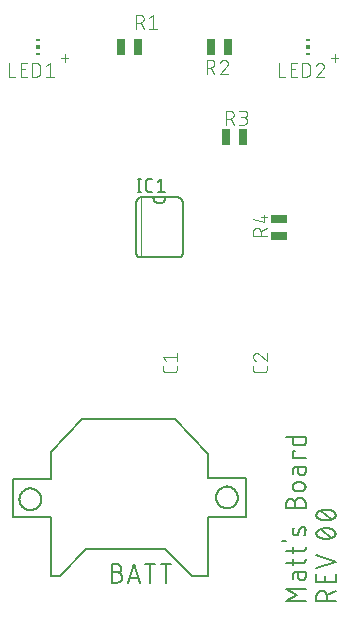
<source format=gbr>
G04 EAGLE Gerber RS-274X export*
G75*
%MOMM*%
%FSLAX34Y34*%
%LPD*%
%INSilkscreen Top*%
%IPPOS*%
%AMOC8*
5,1,8,0,0,1.08239X$1,22.5*%
G01*
%ADD10C,0.152400*%
%ADD11C,0.127000*%
%ADD12C,0.101600*%
%ADD13C,0.050800*%
%ADD14C,0.076200*%
%ADD15R,0.300000X0.150000*%
%ADD16R,0.300000X0.300000*%
%ADD17R,0.650000X1.400000*%
%ADD18R,1.400000X0.650000*%


D10*
X288798Y26162D02*
X272542Y26162D01*
X281573Y31581D01*
X272542Y36999D01*
X288798Y36999D01*
X282476Y47208D02*
X282476Y51272D01*
X282476Y47208D02*
X282478Y47096D01*
X282484Y46985D01*
X282494Y46874D01*
X282507Y46763D01*
X282525Y46653D01*
X282547Y46544D01*
X282572Y46435D01*
X282601Y46327D01*
X282634Y46221D01*
X282671Y46115D01*
X282711Y46011D01*
X282755Y45909D01*
X282803Y45808D01*
X282854Y45709D01*
X282909Y45611D01*
X282967Y45516D01*
X283028Y45423D01*
X283093Y45332D01*
X283161Y45243D01*
X283232Y45157D01*
X283305Y45074D01*
X283382Y44993D01*
X283462Y44914D01*
X283544Y44839D01*
X283629Y44767D01*
X283716Y44697D01*
X283806Y44631D01*
X283898Y44568D01*
X283993Y44508D01*
X284089Y44452D01*
X284187Y44399D01*
X284287Y44350D01*
X284389Y44304D01*
X284492Y44262D01*
X284597Y44223D01*
X284703Y44188D01*
X284810Y44157D01*
X284918Y44130D01*
X285027Y44106D01*
X285137Y44087D01*
X285247Y44071D01*
X285358Y44059D01*
X285470Y44051D01*
X285581Y44047D01*
X285693Y44047D01*
X285804Y44051D01*
X285916Y44059D01*
X286027Y44071D01*
X286137Y44087D01*
X286247Y44106D01*
X286356Y44130D01*
X286464Y44157D01*
X286571Y44188D01*
X286677Y44223D01*
X286782Y44262D01*
X286885Y44304D01*
X286987Y44350D01*
X287087Y44399D01*
X287185Y44452D01*
X287281Y44508D01*
X287376Y44568D01*
X287468Y44631D01*
X287558Y44697D01*
X287645Y44767D01*
X287730Y44839D01*
X287812Y44914D01*
X287892Y44993D01*
X287969Y45074D01*
X288042Y45157D01*
X288113Y45243D01*
X288181Y45332D01*
X288246Y45423D01*
X288307Y45516D01*
X288365Y45611D01*
X288420Y45709D01*
X288471Y45808D01*
X288519Y45909D01*
X288563Y46011D01*
X288603Y46115D01*
X288640Y46221D01*
X288673Y46327D01*
X288702Y46435D01*
X288727Y46544D01*
X288749Y46653D01*
X288767Y46763D01*
X288780Y46874D01*
X288790Y46985D01*
X288796Y47096D01*
X288798Y47208D01*
X288798Y51272D01*
X280670Y51272D01*
X280569Y51270D01*
X280468Y51264D01*
X280367Y51255D01*
X280266Y51242D01*
X280166Y51225D01*
X280067Y51204D01*
X279969Y51180D01*
X279872Y51152D01*
X279775Y51120D01*
X279680Y51085D01*
X279587Y51046D01*
X279495Y51004D01*
X279404Y50958D01*
X279316Y50909D01*
X279229Y50857D01*
X279144Y50801D01*
X279061Y50743D01*
X278981Y50681D01*
X278903Y50616D01*
X278827Y50549D01*
X278754Y50479D01*
X278684Y50406D01*
X278617Y50330D01*
X278552Y50252D01*
X278490Y50172D01*
X278432Y50089D01*
X278376Y50004D01*
X278324Y49918D01*
X278275Y49829D01*
X278229Y49738D01*
X278187Y49646D01*
X278148Y49553D01*
X278113Y49458D01*
X278081Y49361D01*
X278053Y49264D01*
X278029Y49166D01*
X278008Y49067D01*
X277991Y48967D01*
X277978Y48866D01*
X277969Y48765D01*
X277963Y48664D01*
X277961Y48563D01*
X277961Y44950D01*
X277961Y56891D02*
X277961Y62310D01*
X272542Y58698D02*
X286089Y58698D01*
X286190Y58700D01*
X286291Y58706D01*
X286392Y58715D01*
X286493Y58728D01*
X286593Y58745D01*
X286692Y58766D01*
X286790Y58790D01*
X286887Y58818D01*
X286984Y58850D01*
X287079Y58885D01*
X287172Y58924D01*
X287264Y58966D01*
X287355Y59012D01*
X287444Y59061D01*
X287530Y59113D01*
X287615Y59169D01*
X287698Y59227D01*
X287778Y59289D01*
X287856Y59354D01*
X287932Y59421D01*
X288005Y59491D01*
X288075Y59564D01*
X288142Y59640D01*
X288207Y59718D01*
X288269Y59798D01*
X288327Y59881D01*
X288383Y59966D01*
X288435Y60052D01*
X288484Y60141D01*
X288530Y60232D01*
X288572Y60324D01*
X288611Y60417D01*
X288646Y60512D01*
X288678Y60609D01*
X288706Y60706D01*
X288730Y60804D01*
X288751Y60903D01*
X288768Y61003D01*
X288781Y61104D01*
X288790Y61205D01*
X288796Y61306D01*
X288798Y61407D01*
X288798Y62310D01*
X277961Y66791D02*
X277961Y72210D01*
X272542Y68597D02*
X286089Y68597D01*
X286089Y68598D02*
X286190Y68600D01*
X286291Y68606D01*
X286392Y68615D01*
X286493Y68628D01*
X286593Y68645D01*
X286692Y68666D01*
X286790Y68690D01*
X286887Y68718D01*
X286984Y68750D01*
X287079Y68785D01*
X287172Y68824D01*
X287264Y68866D01*
X287355Y68912D01*
X287444Y68961D01*
X287530Y69013D01*
X287615Y69069D01*
X287698Y69127D01*
X287778Y69189D01*
X287856Y69254D01*
X287932Y69321D01*
X288005Y69391D01*
X288075Y69464D01*
X288142Y69540D01*
X288207Y69618D01*
X288269Y69698D01*
X288327Y69781D01*
X288383Y69866D01*
X288435Y69952D01*
X288484Y70041D01*
X288530Y70132D01*
X288572Y70224D01*
X288611Y70317D01*
X288646Y70412D01*
X288678Y70509D01*
X288706Y70606D01*
X288730Y70704D01*
X288751Y70803D01*
X288768Y70903D01*
X288781Y71004D01*
X288790Y71105D01*
X288796Y71206D01*
X288798Y71307D01*
X288798Y72210D01*
X272542Y76911D02*
X268930Y76911D01*
X282476Y83511D02*
X284282Y88027D01*
X282476Y83511D02*
X282439Y83423D01*
X282398Y83337D01*
X282354Y83252D01*
X282306Y83169D01*
X282255Y83089D01*
X282201Y83010D01*
X282143Y82934D01*
X282083Y82860D01*
X282019Y82788D01*
X281953Y82720D01*
X281883Y82654D01*
X281812Y82591D01*
X281737Y82530D01*
X281661Y82473D01*
X281582Y82420D01*
X281501Y82369D01*
X281418Y82322D01*
X281333Y82278D01*
X281246Y82238D01*
X281158Y82201D01*
X281068Y82168D01*
X280977Y82138D01*
X280885Y82113D01*
X280792Y82091D01*
X280698Y82073D01*
X280604Y82058D01*
X280509Y82048D01*
X280413Y82042D01*
X280318Y82039D01*
X280222Y82040D01*
X280127Y82046D01*
X280031Y82055D01*
X279937Y82068D01*
X279843Y82084D01*
X279749Y82105D01*
X279657Y82130D01*
X279566Y82158D01*
X279476Y82190D01*
X279387Y82225D01*
X279300Y82264D01*
X279214Y82307D01*
X279130Y82353D01*
X279049Y82403D01*
X278969Y82455D01*
X278891Y82511D01*
X278816Y82571D01*
X278744Y82633D01*
X278674Y82698D01*
X278606Y82766D01*
X278542Y82836D01*
X278480Y82909D01*
X278422Y82985D01*
X278366Y83063D01*
X278314Y83143D01*
X278265Y83225D01*
X278220Y83309D01*
X278178Y83395D01*
X278139Y83482D01*
X278104Y83571D01*
X278073Y83662D01*
X278046Y83753D01*
X278022Y83846D01*
X278002Y83939D01*
X277986Y84033D01*
X277974Y84128D01*
X277965Y84223D01*
X277961Y84319D01*
X277960Y84414D01*
X277967Y84661D01*
X277979Y84907D01*
X277997Y85153D01*
X278022Y85399D01*
X278052Y85643D01*
X278088Y85887D01*
X278130Y86130D01*
X278177Y86372D01*
X278231Y86613D01*
X278290Y86852D01*
X278355Y87090D01*
X278426Y87327D01*
X278502Y87561D01*
X278584Y87794D01*
X278672Y88024D01*
X278765Y88252D01*
X278863Y88479D01*
X284283Y88027D02*
X284320Y88115D01*
X284361Y88201D01*
X284405Y88286D01*
X284453Y88369D01*
X284504Y88449D01*
X284558Y88528D01*
X284616Y88604D01*
X284676Y88678D01*
X284740Y88750D01*
X284806Y88818D01*
X284876Y88884D01*
X284947Y88947D01*
X285022Y89008D01*
X285098Y89065D01*
X285177Y89118D01*
X285258Y89169D01*
X285341Y89216D01*
X285426Y89260D01*
X285513Y89300D01*
X285601Y89337D01*
X285691Y89370D01*
X285782Y89400D01*
X285874Y89425D01*
X285967Y89447D01*
X286061Y89465D01*
X286155Y89480D01*
X286250Y89490D01*
X286346Y89496D01*
X286441Y89499D01*
X286537Y89498D01*
X286632Y89492D01*
X286728Y89483D01*
X286822Y89470D01*
X286916Y89454D01*
X287010Y89433D01*
X287102Y89408D01*
X287193Y89380D01*
X287283Y89348D01*
X287372Y89313D01*
X287459Y89274D01*
X287545Y89231D01*
X287629Y89185D01*
X287710Y89135D01*
X287790Y89083D01*
X287868Y89027D01*
X287943Y88967D01*
X288015Y88905D01*
X288085Y88840D01*
X288153Y88772D01*
X288217Y88702D01*
X288279Y88629D01*
X288337Y88553D01*
X288393Y88475D01*
X288445Y88395D01*
X288494Y88313D01*
X288539Y88229D01*
X288581Y88143D01*
X288620Y88056D01*
X288655Y87967D01*
X288686Y87876D01*
X288713Y87785D01*
X288737Y87692D01*
X288757Y87599D01*
X288773Y87505D01*
X288785Y87410D01*
X288794Y87315D01*
X288798Y87219D01*
X288799Y87124D01*
X288798Y87123D02*
X288789Y86761D01*
X288771Y86399D01*
X288744Y86038D01*
X288709Y85678D01*
X288666Y85318D01*
X288614Y84959D01*
X288553Y84602D01*
X288484Y84247D01*
X288407Y83893D01*
X288321Y83541D01*
X288227Y83191D01*
X288124Y82843D01*
X288014Y82498D01*
X287895Y82156D01*
X279767Y104911D02*
X279767Y109427D01*
X279766Y109427D02*
X279768Y109560D01*
X279774Y109692D01*
X279784Y109824D01*
X279797Y109956D01*
X279815Y110088D01*
X279836Y110218D01*
X279861Y110349D01*
X279890Y110478D01*
X279923Y110606D01*
X279959Y110734D01*
X279999Y110860D01*
X280043Y110985D01*
X280091Y111109D01*
X280142Y111231D01*
X280197Y111352D01*
X280255Y111471D01*
X280317Y111589D01*
X280382Y111704D01*
X280451Y111818D01*
X280522Y111929D01*
X280598Y112038D01*
X280676Y112145D01*
X280757Y112250D01*
X280842Y112352D01*
X280929Y112452D01*
X281019Y112549D01*
X281112Y112644D01*
X281208Y112735D01*
X281306Y112824D01*
X281407Y112910D01*
X281511Y112993D01*
X281617Y113073D01*
X281725Y113149D01*
X281835Y113223D01*
X281948Y113293D01*
X282062Y113360D01*
X282179Y113423D01*
X282297Y113483D01*
X282417Y113540D01*
X282539Y113593D01*
X282662Y113642D01*
X282786Y113688D01*
X282912Y113730D01*
X283039Y113768D01*
X283167Y113803D01*
X283296Y113834D01*
X283425Y113861D01*
X283556Y113884D01*
X283687Y113904D01*
X283819Y113919D01*
X283951Y113931D01*
X284083Y113939D01*
X284216Y113943D01*
X284348Y113943D01*
X284481Y113939D01*
X284613Y113931D01*
X284745Y113919D01*
X284877Y113904D01*
X285008Y113884D01*
X285139Y113861D01*
X285268Y113834D01*
X285397Y113803D01*
X285525Y113768D01*
X285652Y113730D01*
X285778Y113688D01*
X285902Y113642D01*
X286025Y113593D01*
X286147Y113540D01*
X286267Y113483D01*
X286385Y113423D01*
X286502Y113360D01*
X286616Y113293D01*
X286729Y113223D01*
X286839Y113149D01*
X286947Y113073D01*
X287053Y112993D01*
X287157Y112910D01*
X287258Y112824D01*
X287356Y112735D01*
X287452Y112644D01*
X287545Y112549D01*
X287635Y112452D01*
X287722Y112352D01*
X287807Y112250D01*
X287888Y112145D01*
X287966Y112038D01*
X288042Y111929D01*
X288113Y111818D01*
X288182Y111704D01*
X288247Y111589D01*
X288309Y111471D01*
X288367Y111352D01*
X288422Y111231D01*
X288473Y111109D01*
X288521Y110985D01*
X288565Y110860D01*
X288605Y110734D01*
X288641Y110606D01*
X288674Y110478D01*
X288703Y110349D01*
X288728Y110218D01*
X288749Y110088D01*
X288767Y109956D01*
X288780Y109824D01*
X288790Y109692D01*
X288796Y109560D01*
X288798Y109427D01*
X288798Y104911D01*
X272542Y104911D01*
X272542Y109427D01*
X272544Y109546D01*
X272550Y109666D01*
X272560Y109785D01*
X272574Y109903D01*
X272591Y110022D01*
X272613Y110139D01*
X272638Y110256D01*
X272668Y110371D01*
X272701Y110486D01*
X272738Y110600D01*
X272778Y110712D01*
X272823Y110823D01*
X272871Y110932D01*
X272922Y111040D01*
X272977Y111146D01*
X273036Y111250D01*
X273098Y111352D01*
X273163Y111452D01*
X273232Y111550D01*
X273304Y111646D01*
X273379Y111739D01*
X273456Y111829D01*
X273537Y111917D01*
X273621Y112002D01*
X273708Y112084D01*
X273797Y112164D01*
X273889Y112240D01*
X273983Y112314D01*
X274080Y112384D01*
X274178Y112451D01*
X274279Y112515D01*
X274383Y112575D01*
X274488Y112632D01*
X274595Y112685D01*
X274703Y112735D01*
X274813Y112781D01*
X274925Y112823D01*
X275038Y112862D01*
X275152Y112897D01*
X275267Y112928D01*
X275384Y112956D01*
X275501Y112979D01*
X275618Y112999D01*
X275737Y113015D01*
X275856Y113027D01*
X275975Y113035D01*
X276094Y113039D01*
X276214Y113039D01*
X276333Y113035D01*
X276452Y113027D01*
X276571Y113015D01*
X276690Y112999D01*
X276807Y112979D01*
X276924Y112956D01*
X277041Y112928D01*
X277156Y112897D01*
X277270Y112862D01*
X277383Y112823D01*
X277495Y112781D01*
X277605Y112735D01*
X277713Y112685D01*
X277820Y112632D01*
X277925Y112575D01*
X278029Y112515D01*
X278130Y112451D01*
X278228Y112384D01*
X278325Y112314D01*
X278419Y112240D01*
X278511Y112164D01*
X278600Y112084D01*
X278687Y112002D01*
X278771Y111917D01*
X278852Y111829D01*
X278929Y111739D01*
X279004Y111646D01*
X279076Y111550D01*
X279145Y111452D01*
X279210Y111352D01*
X279272Y111250D01*
X279331Y111146D01*
X279386Y111040D01*
X279437Y110932D01*
X279485Y110823D01*
X279530Y110712D01*
X279570Y110600D01*
X279607Y110486D01*
X279640Y110371D01*
X279670Y110256D01*
X279695Y110139D01*
X279717Y110022D01*
X279734Y109903D01*
X279748Y109785D01*
X279758Y109666D01*
X279764Y109546D01*
X279766Y109427D01*
X281573Y119671D02*
X285186Y119671D01*
X281573Y119672D02*
X281454Y119674D01*
X281334Y119680D01*
X281215Y119690D01*
X281097Y119704D01*
X280978Y119721D01*
X280861Y119743D01*
X280744Y119768D01*
X280629Y119798D01*
X280514Y119831D01*
X280400Y119868D01*
X280288Y119908D01*
X280177Y119953D01*
X280068Y120001D01*
X279960Y120052D01*
X279854Y120107D01*
X279750Y120166D01*
X279648Y120228D01*
X279548Y120293D01*
X279450Y120362D01*
X279354Y120434D01*
X279261Y120509D01*
X279171Y120586D01*
X279083Y120667D01*
X278998Y120751D01*
X278916Y120838D01*
X278836Y120927D01*
X278760Y121019D01*
X278686Y121113D01*
X278616Y121210D01*
X278549Y121308D01*
X278485Y121409D01*
X278425Y121513D01*
X278368Y121618D01*
X278315Y121725D01*
X278265Y121833D01*
X278219Y121943D01*
X278177Y122055D01*
X278138Y122168D01*
X278103Y122282D01*
X278072Y122397D01*
X278044Y122514D01*
X278021Y122631D01*
X278001Y122748D01*
X277985Y122867D01*
X277973Y122986D01*
X277965Y123105D01*
X277961Y123224D01*
X277961Y123344D01*
X277965Y123463D01*
X277973Y123582D01*
X277985Y123701D01*
X278001Y123820D01*
X278021Y123937D01*
X278044Y124054D01*
X278072Y124171D01*
X278103Y124286D01*
X278138Y124400D01*
X278177Y124513D01*
X278219Y124625D01*
X278265Y124735D01*
X278315Y124843D01*
X278368Y124950D01*
X278425Y125055D01*
X278485Y125159D01*
X278549Y125260D01*
X278616Y125358D01*
X278686Y125455D01*
X278760Y125549D01*
X278836Y125641D01*
X278916Y125730D01*
X278998Y125817D01*
X279083Y125901D01*
X279171Y125982D01*
X279261Y126059D01*
X279354Y126134D01*
X279450Y126206D01*
X279548Y126275D01*
X279648Y126340D01*
X279750Y126402D01*
X279854Y126461D01*
X279960Y126516D01*
X280068Y126567D01*
X280177Y126615D01*
X280288Y126660D01*
X280400Y126700D01*
X280514Y126737D01*
X280629Y126770D01*
X280744Y126800D01*
X280861Y126825D01*
X280978Y126847D01*
X281097Y126864D01*
X281215Y126878D01*
X281334Y126888D01*
X281454Y126894D01*
X281573Y126896D01*
X285186Y126896D01*
X285305Y126894D01*
X285425Y126888D01*
X285544Y126878D01*
X285662Y126864D01*
X285781Y126847D01*
X285898Y126825D01*
X286015Y126800D01*
X286130Y126770D01*
X286245Y126737D01*
X286359Y126700D01*
X286471Y126660D01*
X286582Y126615D01*
X286691Y126567D01*
X286799Y126516D01*
X286905Y126461D01*
X287009Y126402D01*
X287111Y126340D01*
X287211Y126275D01*
X287309Y126206D01*
X287405Y126134D01*
X287498Y126059D01*
X287588Y125982D01*
X287676Y125901D01*
X287761Y125817D01*
X287843Y125730D01*
X287923Y125641D01*
X287999Y125549D01*
X288073Y125455D01*
X288143Y125358D01*
X288210Y125260D01*
X288274Y125159D01*
X288334Y125055D01*
X288391Y124950D01*
X288444Y124843D01*
X288494Y124735D01*
X288540Y124625D01*
X288582Y124513D01*
X288621Y124400D01*
X288656Y124286D01*
X288687Y124171D01*
X288715Y124054D01*
X288738Y123937D01*
X288758Y123820D01*
X288774Y123701D01*
X288786Y123582D01*
X288794Y123463D01*
X288798Y123344D01*
X288798Y123224D01*
X288794Y123105D01*
X288786Y122986D01*
X288774Y122867D01*
X288758Y122748D01*
X288738Y122631D01*
X288715Y122514D01*
X288687Y122397D01*
X288656Y122282D01*
X288621Y122168D01*
X288582Y122055D01*
X288540Y121943D01*
X288494Y121833D01*
X288444Y121725D01*
X288391Y121618D01*
X288334Y121513D01*
X288274Y121409D01*
X288210Y121308D01*
X288143Y121210D01*
X288073Y121113D01*
X287999Y121019D01*
X287923Y120927D01*
X287843Y120838D01*
X287761Y120751D01*
X287676Y120667D01*
X287588Y120586D01*
X287498Y120509D01*
X287405Y120434D01*
X287309Y120362D01*
X287211Y120293D01*
X287111Y120228D01*
X287009Y120166D01*
X286905Y120107D01*
X286799Y120052D01*
X286691Y120001D01*
X286582Y119953D01*
X286471Y119908D01*
X286359Y119868D01*
X286245Y119831D01*
X286130Y119798D01*
X286015Y119768D01*
X285898Y119743D01*
X285781Y119721D01*
X285662Y119704D01*
X285544Y119690D01*
X285425Y119680D01*
X285305Y119674D01*
X285186Y119672D01*
X282476Y136306D02*
X282476Y140370D01*
X282476Y136306D02*
X282478Y136194D01*
X282484Y136083D01*
X282494Y135972D01*
X282507Y135861D01*
X282525Y135751D01*
X282547Y135642D01*
X282572Y135533D01*
X282601Y135425D01*
X282634Y135319D01*
X282671Y135213D01*
X282711Y135109D01*
X282755Y135007D01*
X282803Y134906D01*
X282854Y134807D01*
X282909Y134709D01*
X282967Y134614D01*
X283028Y134521D01*
X283093Y134430D01*
X283161Y134341D01*
X283232Y134255D01*
X283305Y134172D01*
X283382Y134091D01*
X283462Y134012D01*
X283544Y133937D01*
X283629Y133865D01*
X283716Y133795D01*
X283806Y133729D01*
X283898Y133666D01*
X283993Y133606D01*
X284089Y133550D01*
X284187Y133497D01*
X284287Y133448D01*
X284389Y133402D01*
X284492Y133360D01*
X284597Y133321D01*
X284703Y133286D01*
X284810Y133255D01*
X284918Y133228D01*
X285027Y133204D01*
X285137Y133185D01*
X285247Y133169D01*
X285358Y133157D01*
X285470Y133149D01*
X285581Y133145D01*
X285693Y133145D01*
X285804Y133149D01*
X285916Y133157D01*
X286027Y133169D01*
X286137Y133185D01*
X286247Y133204D01*
X286356Y133228D01*
X286464Y133255D01*
X286571Y133286D01*
X286677Y133321D01*
X286782Y133360D01*
X286885Y133402D01*
X286987Y133448D01*
X287087Y133497D01*
X287185Y133550D01*
X287281Y133606D01*
X287376Y133666D01*
X287468Y133729D01*
X287558Y133795D01*
X287645Y133865D01*
X287730Y133937D01*
X287812Y134012D01*
X287892Y134091D01*
X287969Y134172D01*
X288042Y134255D01*
X288113Y134341D01*
X288181Y134430D01*
X288246Y134521D01*
X288307Y134614D01*
X288365Y134709D01*
X288420Y134807D01*
X288471Y134906D01*
X288519Y135007D01*
X288563Y135109D01*
X288603Y135213D01*
X288640Y135319D01*
X288673Y135425D01*
X288702Y135533D01*
X288727Y135642D01*
X288749Y135751D01*
X288767Y135861D01*
X288780Y135972D01*
X288790Y136083D01*
X288796Y136194D01*
X288798Y136306D01*
X288798Y140370D01*
X280670Y140370D01*
X280569Y140368D01*
X280468Y140362D01*
X280367Y140353D01*
X280266Y140340D01*
X280166Y140323D01*
X280067Y140302D01*
X279969Y140278D01*
X279872Y140250D01*
X279775Y140218D01*
X279680Y140183D01*
X279587Y140144D01*
X279495Y140102D01*
X279404Y140056D01*
X279316Y140007D01*
X279229Y139955D01*
X279144Y139899D01*
X279061Y139841D01*
X278981Y139779D01*
X278903Y139714D01*
X278827Y139647D01*
X278754Y139577D01*
X278684Y139504D01*
X278617Y139428D01*
X278552Y139350D01*
X278490Y139270D01*
X278432Y139187D01*
X278376Y139102D01*
X278324Y139016D01*
X278275Y138927D01*
X278229Y138836D01*
X278187Y138744D01*
X278148Y138651D01*
X278113Y138556D01*
X278081Y138459D01*
X278053Y138362D01*
X278029Y138264D01*
X278008Y138165D01*
X277991Y138065D01*
X277978Y137964D01*
X277969Y137863D01*
X277963Y137762D01*
X277961Y137661D01*
X277961Y134048D01*
X277961Y147892D02*
X288798Y147892D01*
X277961Y147892D02*
X277961Y153311D01*
X279767Y153311D01*
X272542Y165380D02*
X288798Y165380D01*
X288798Y160864D01*
X288796Y160763D01*
X288790Y160662D01*
X288781Y160561D01*
X288768Y160460D01*
X288751Y160360D01*
X288730Y160261D01*
X288706Y160163D01*
X288678Y160066D01*
X288646Y159969D01*
X288611Y159874D01*
X288572Y159781D01*
X288530Y159689D01*
X288484Y159598D01*
X288435Y159509D01*
X288383Y159423D01*
X288327Y159338D01*
X288269Y159255D01*
X288207Y159175D01*
X288142Y159097D01*
X288075Y159021D01*
X288005Y158948D01*
X287932Y158878D01*
X287856Y158811D01*
X287778Y158746D01*
X287698Y158684D01*
X287615Y158626D01*
X287530Y158570D01*
X287444Y158518D01*
X287355Y158469D01*
X287264Y158423D01*
X287172Y158381D01*
X287079Y158342D01*
X286984Y158307D01*
X286887Y158275D01*
X286790Y158247D01*
X286692Y158223D01*
X286593Y158202D01*
X286493Y158185D01*
X286392Y158172D01*
X286291Y158163D01*
X286190Y158157D01*
X286089Y158155D01*
X280670Y158155D01*
X280569Y158157D01*
X280468Y158163D01*
X280367Y158172D01*
X280266Y158185D01*
X280166Y158202D01*
X280067Y158223D01*
X279969Y158247D01*
X279872Y158275D01*
X279775Y158307D01*
X279680Y158342D01*
X279587Y158381D01*
X279495Y158423D01*
X279404Y158469D01*
X279316Y158518D01*
X279229Y158570D01*
X279144Y158626D01*
X279061Y158684D01*
X278981Y158746D01*
X278903Y158811D01*
X278827Y158878D01*
X278754Y158948D01*
X278684Y159021D01*
X278617Y159097D01*
X278552Y159175D01*
X278490Y159255D01*
X278432Y159338D01*
X278376Y159423D01*
X278324Y159510D01*
X278275Y159598D01*
X278229Y159689D01*
X278187Y159781D01*
X278148Y159874D01*
X278113Y159969D01*
X278081Y160066D01*
X278053Y160163D01*
X278029Y160261D01*
X278008Y160360D01*
X277991Y160460D01*
X277978Y160561D01*
X277969Y160662D01*
X277963Y160763D01*
X277961Y160864D01*
X277961Y165380D01*
X297942Y26162D02*
X314198Y26162D01*
X297942Y26162D02*
X297942Y30678D01*
X297944Y30811D01*
X297950Y30943D01*
X297960Y31075D01*
X297973Y31207D01*
X297991Y31339D01*
X298012Y31469D01*
X298037Y31600D01*
X298066Y31729D01*
X298099Y31857D01*
X298135Y31985D01*
X298175Y32111D01*
X298219Y32236D01*
X298267Y32360D01*
X298318Y32482D01*
X298373Y32603D01*
X298431Y32722D01*
X298493Y32840D01*
X298558Y32955D01*
X298627Y33069D01*
X298698Y33180D01*
X298774Y33289D01*
X298852Y33396D01*
X298933Y33501D01*
X299018Y33603D01*
X299105Y33703D01*
X299195Y33800D01*
X299288Y33895D01*
X299384Y33986D01*
X299482Y34075D01*
X299583Y34161D01*
X299687Y34244D01*
X299793Y34324D01*
X299901Y34400D01*
X300011Y34474D01*
X300124Y34544D01*
X300238Y34611D01*
X300355Y34674D01*
X300473Y34734D01*
X300593Y34791D01*
X300715Y34844D01*
X300838Y34893D01*
X300962Y34939D01*
X301088Y34981D01*
X301215Y35019D01*
X301343Y35054D01*
X301472Y35085D01*
X301601Y35112D01*
X301732Y35135D01*
X301863Y35155D01*
X301995Y35170D01*
X302127Y35182D01*
X302259Y35190D01*
X302392Y35194D01*
X302524Y35194D01*
X302657Y35190D01*
X302789Y35182D01*
X302921Y35170D01*
X303053Y35155D01*
X303184Y35135D01*
X303315Y35112D01*
X303444Y35085D01*
X303573Y35054D01*
X303701Y35019D01*
X303828Y34981D01*
X303954Y34939D01*
X304078Y34893D01*
X304201Y34844D01*
X304323Y34791D01*
X304443Y34734D01*
X304561Y34674D01*
X304678Y34611D01*
X304792Y34544D01*
X304905Y34474D01*
X305015Y34400D01*
X305123Y34324D01*
X305229Y34244D01*
X305333Y34161D01*
X305434Y34075D01*
X305532Y33986D01*
X305628Y33895D01*
X305721Y33800D01*
X305811Y33703D01*
X305898Y33603D01*
X305983Y33501D01*
X306064Y33396D01*
X306142Y33289D01*
X306218Y33180D01*
X306289Y33069D01*
X306358Y32955D01*
X306423Y32840D01*
X306485Y32722D01*
X306543Y32603D01*
X306598Y32482D01*
X306649Y32360D01*
X306697Y32236D01*
X306741Y32111D01*
X306781Y31985D01*
X306817Y31857D01*
X306850Y31729D01*
X306879Y31600D01*
X306904Y31469D01*
X306925Y31339D01*
X306943Y31207D01*
X306956Y31075D01*
X306966Y30943D01*
X306972Y30811D01*
X306974Y30678D01*
X306973Y30678D02*
X306973Y26162D01*
X306973Y31581D02*
X314198Y35193D01*
X314198Y42253D02*
X314198Y49477D01*
X314198Y42253D02*
X297942Y42253D01*
X297942Y49477D01*
X305167Y47671D02*
X305167Y42253D01*
X297942Y54346D02*
X314198Y59764D01*
X297942Y65183D01*
X300200Y80572D02*
X300489Y80435D01*
X300781Y80305D01*
X301077Y80182D01*
X301375Y80067D01*
X301676Y79958D01*
X301979Y79857D01*
X302285Y79763D01*
X302592Y79676D01*
X302902Y79597D01*
X303214Y79525D01*
X303527Y79461D01*
X303842Y79404D01*
X304158Y79354D01*
X304475Y79312D01*
X304793Y79278D01*
X305111Y79251D01*
X305431Y79232D01*
X305750Y79221D01*
X306070Y79217D01*
X300199Y80572D02*
X300091Y80611D01*
X299984Y80654D01*
X299879Y80700D01*
X299776Y80750D01*
X299674Y80804D01*
X299574Y80861D01*
X299476Y80922D01*
X299380Y80986D01*
X299287Y81053D01*
X299196Y81123D01*
X299107Y81197D01*
X299021Y81273D01*
X298938Y81353D01*
X298857Y81435D01*
X298779Y81520D01*
X298705Y81607D01*
X298633Y81698D01*
X298564Y81790D01*
X298499Y81885D01*
X298437Y81982D01*
X298378Y82081D01*
X298323Y82182D01*
X298272Y82285D01*
X298224Y82390D01*
X298179Y82496D01*
X298138Y82603D01*
X298101Y82712D01*
X298068Y82823D01*
X298039Y82934D01*
X298013Y83046D01*
X297991Y83159D01*
X297974Y83273D01*
X297960Y83387D01*
X297950Y83502D01*
X297944Y83617D01*
X297942Y83732D01*
X297944Y83847D01*
X297950Y83962D01*
X297960Y84077D01*
X297974Y84191D01*
X297991Y84305D01*
X298013Y84418D01*
X298039Y84530D01*
X298068Y84642D01*
X298101Y84752D01*
X298138Y84861D01*
X298179Y84969D01*
X298224Y85075D01*
X298272Y85180D01*
X298323Y85282D01*
X298379Y85384D01*
X298437Y85483D01*
X298499Y85580D01*
X298565Y85675D01*
X298633Y85767D01*
X298705Y85857D01*
X298779Y85945D01*
X298857Y86030D01*
X298938Y86112D01*
X299021Y86191D01*
X299107Y86268D01*
X299196Y86341D01*
X299287Y86412D01*
X299381Y86479D01*
X299476Y86543D01*
X299574Y86604D01*
X299674Y86661D01*
X299776Y86714D01*
X299880Y86765D01*
X299985Y86811D01*
X300092Y86854D01*
X300200Y86893D01*
X300200Y86892D02*
X300489Y87029D01*
X300781Y87159D01*
X301077Y87282D01*
X301375Y87397D01*
X301676Y87506D01*
X301979Y87607D01*
X302285Y87701D01*
X302592Y87788D01*
X302902Y87867D01*
X303214Y87939D01*
X303527Y88003D01*
X303842Y88060D01*
X304158Y88110D01*
X304475Y88152D01*
X304793Y88186D01*
X305111Y88213D01*
X305431Y88232D01*
X305750Y88243D01*
X306070Y88247D01*
X306070Y79217D02*
X306390Y79221D01*
X306709Y79232D01*
X307029Y79251D01*
X307347Y79278D01*
X307665Y79312D01*
X307982Y79354D01*
X308298Y79404D01*
X308613Y79461D01*
X308926Y79525D01*
X309238Y79597D01*
X309548Y79676D01*
X309855Y79763D01*
X310161Y79857D01*
X310464Y79958D01*
X310765Y80067D01*
X311063Y80182D01*
X311359Y80305D01*
X311651Y80435D01*
X311940Y80572D01*
X311941Y80571D02*
X312049Y80610D01*
X312156Y80653D01*
X312261Y80699D01*
X312365Y80750D01*
X312467Y80803D01*
X312567Y80860D01*
X312665Y80921D01*
X312760Y80985D01*
X312854Y81052D01*
X312945Y81123D01*
X313034Y81196D01*
X313120Y81273D01*
X313203Y81352D01*
X313284Y81434D01*
X313362Y81519D01*
X313436Y81607D01*
X313508Y81697D01*
X313577Y81790D01*
X313642Y81884D01*
X313704Y81981D01*
X313762Y82081D01*
X313818Y82182D01*
X313869Y82284D01*
X313917Y82389D01*
X313962Y82495D01*
X314003Y82603D01*
X314040Y82712D01*
X314073Y82822D01*
X314102Y82934D01*
X314128Y83046D01*
X314150Y83159D01*
X314167Y83273D01*
X314181Y83387D01*
X314191Y83502D01*
X314197Y83617D01*
X314199Y83732D01*
X311940Y86892D02*
X311651Y87029D01*
X311359Y87159D01*
X311063Y87282D01*
X310765Y87397D01*
X310464Y87506D01*
X310161Y87607D01*
X309855Y87701D01*
X309548Y87788D01*
X309238Y87867D01*
X308926Y87939D01*
X308613Y88003D01*
X308298Y88060D01*
X307982Y88110D01*
X307665Y88152D01*
X307347Y88186D01*
X307029Y88213D01*
X306709Y88232D01*
X306390Y88243D01*
X306070Y88247D01*
X311940Y86893D02*
X312048Y86854D01*
X312155Y86811D01*
X312260Y86765D01*
X312364Y86714D01*
X312466Y86661D01*
X312566Y86604D01*
X312664Y86543D01*
X312759Y86479D01*
X312853Y86412D01*
X312944Y86341D01*
X313033Y86268D01*
X313119Y86191D01*
X313202Y86112D01*
X313283Y86030D01*
X313361Y85945D01*
X313435Y85857D01*
X313507Y85767D01*
X313576Y85674D01*
X313641Y85580D01*
X313703Y85483D01*
X313761Y85383D01*
X313817Y85282D01*
X313868Y85179D01*
X313916Y85075D01*
X313961Y84969D01*
X314002Y84861D01*
X314039Y84752D01*
X314072Y84642D01*
X314101Y84530D01*
X314127Y84418D01*
X314149Y84305D01*
X314166Y84191D01*
X314180Y84077D01*
X314190Y83962D01*
X314196Y83847D01*
X314198Y83732D01*
X310586Y80120D02*
X301554Y87345D01*
X306070Y94848D02*
X305750Y94852D01*
X305431Y94863D01*
X305111Y94882D01*
X304793Y94909D01*
X304475Y94943D01*
X304158Y94985D01*
X303842Y95035D01*
X303527Y95092D01*
X303214Y95156D01*
X302902Y95228D01*
X302592Y95307D01*
X302285Y95394D01*
X301979Y95488D01*
X301676Y95589D01*
X301375Y95698D01*
X301077Y95813D01*
X300781Y95936D01*
X300489Y96066D01*
X300200Y96203D01*
X300199Y96203D02*
X300091Y96242D01*
X299984Y96285D01*
X299879Y96331D01*
X299776Y96381D01*
X299674Y96435D01*
X299574Y96492D01*
X299476Y96553D01*
X299380Y96617D01*
X299287Y96684D01*
X299196Y96754D01*
X299107Y96828D01*
X299021Y96904D01*
X298938Y96984D01*
X298857Y97066D01*
X298779Y97151D01*
X298705Y97238D01*
X298633Y97329D01*
X298564Y97421D01*
X298499Y97516D01*
X298437Y97613D01*
X298378Y97712D01*
X298323Y97813D01*
X298272Y97916D01*
X298224Y98021D01*
X298179Y98127D01*
X298138Y98234D01*
X298101Y98343D01*
X298068Y98454D01*
X298039Y98565D01*
X298013Y98677D01*
X297991Y98790D01*
X297974Y98904D01*
X297960Y99018D01*
X297950Y99133D01*
X297944Y99248D01*
X297942Y99363D01*
X297944Y99478D01*
X297950Y99593D01*
X297960Y99708D01*
X297974Y99822D01*
X297991Y99936D01*
X298013Y100049D01*
X298039Y100161D01*
X298068Y100273D01*
X298101Y100383D01*
X298138Y100492D01*
X298179Y100600D01*
X298224Y100706D01*
X298272Y100811D01*
X298323Y100913D01*
X298379Y101015D01*
X298437Y101114D01*
X298499Y101211D01*
X298565Y101306D01*
X298633Y101398D01*
X298705Y101488D01*
X298779Y101576D01*
X298857Y101661D01*
X298938Y101743D01*
X299021Y101822D01*
X299107Y101899D01*
X299196Y101972D01*
X299287Y102043D01*
X299381Y102110D01*
X299476Y102174D01*
X299574Y102235D01*
X299674Y102292D01*
X299776Y102345D01*
X299880Y102396D01*
X299985Y102442D01*
X300092Y102485D01*
X300200Y102524D01*
X300489Y102661D01*
X300781Y102791D01*
X301077Y102914D01*
X301375Y103029D01*
X301676Y103138D01*
X301979Y103239D01*
X302285Y103333D01*
X302592Y103420D01*
X302902Y103499D01*
X303214Y103571D01*
X303527Y103635D01*
X303842Y103692D01*
X304158Y103742D01*
X304475Y103784D01*
X304793Y103818D01*
X305111Y103845D01*
X305431Y103864D01*
X305750Y103875D01*
X306070Y103879D01*
X306070Y94848D02*
X306390Y94852D01*
X306709Y94863D01*
X307029Y94882D01*
X307347Y94909D01*
X307665Y94943D01*
X307982Y94985D01*
X308298Y95035D01*
X308613Y95092D01*
X308926Y95156D01*
X309238Y95228D01*
X309548Y95307D01*
X309855Y95394D01*
X310161Y95488D01*
X310464Y95589D01*
X310765Y95698D01*
X311063Y95813D01*
X311359Y95936D01*
X311651Y96066D01*
X311940Y96203D01*
X311941Y96202D02*
X312049Y96241D01*
X312156Y96284D01*
X312261Y96330D01*
X312365Y96381D01*
X312467Y96434D01*
X312567Y96491D01*
X312665Y96552D01*
X312760Y96616D01*
X312854Y96683D01*
X312945Y96754D01*
X313034Y96827D01*
X313120Y96904D01*
X313203Y96983D01*
X313284Y97065D01*
X313362Y97150D01*
X313436Y97238D01*
X313508Y97328D01*
X313577Y97421D01*
X313642Y97515D01*
X313704Y97612D01*
X313762Y97712D01*
X313818Y97813D01*
X313869Y97915D01*
X313917Y98020D01*
X313962Y98126D01*
X314003Y98234D01*
X314040Y98343D01*
X314073Y98453D01*
X314102Y98565D01*
X314128Y98677D01*
X314150Y98790D01*
X314167Y98904D01*
X314181Y99018D01*
X314191Y99133D01*
X314197Y99248D01*
X314199Y99363D01*
X311940Y102524D02*
X311651Y102661D01*
X311359Y102791D01*
X311063Y102914D01*
X310765Y103029D01*
X310464Y103138D01*
X310161Y103239D01*
X309855Y103333D01*
X309548Y103420D01*
X309238Y103499D01*
X308926Y103571D01*
X308613Y103635D01*
X308298Y103692D01*
X307982Y103742D01*
X307665Y103784D01*
X307347Y103818D01*
X307029Y103845D01*
X306709Y103864D01*
X306390Y103875D01*
X306070Y103879D01*
X311940Y102524D02*
X312048Y102485D01*
X312155Y102442D01*
X312260Y102396D01*
X312364Y102345D01*
X312466Y102292D01*
X312566Y102235D01*
X312664Y102174D01*
X312759Y102110D01*
X312853Y102043D01*
X312944Y101972D01*
X313033Y101899D01*
X313119Y101822D01*
X313202Y101743D01*
X313283Y101661D01*
X313361Y101576D01*
X313435Y101488D01*
X313507Y101398D01*
X313576Y101305D01*
X313641Y101211D01*
X313703Y101114D01*
X313761Y101014D01*
X313817Y100913D01*
X313868Y100810D01*
X313916Y100706D01*
X313961Y100600D01*
X314002Y100492D01*
X314039Y100383D01*
X314072Y100273D01*
X314101Y100161D01*
X314127Y100049D01*
X314149Y99936D01*
X314166Y99822D01*
X314180Y99708D01*
X314190Y99593D01*
X314196Y99478D01*
X314198Y99363D01*
X310586Y95751D02*
X301554Y102976D01*
D11*
X238100Y130700D02*
X206300Y130700D01*
X206300Y151020D01*
X177960Y180900D01*
X99900Y180900D01*
X73100Y152560D01*
X73100Y129700D01*
X41300Y129700D01*
X41300Y97900D01*
X73100Y97900D01*
X73100Y47780D01*
X81280Y47780D01*
X102680Y70260D01*
X170180Y70260D01*
X193040Y47780D01*
X206300Y47780D01*
X206300Y97900D01*
X238100Y97900D01*
X238100Y130700D01*
X213082Y114300D02*
X213085Y114525D01*
X213093Y114749D01*
X213107Y114974D01*
X213126Y115198D01*
X213151Y115421D01*
X213181Y115644D01*
X213217Y115866D01*
X213258Y116087D01*
X213305Y116307D01*
X213356Y116525D01*
X213414Y116743D01*
X213476Y116958D01*
X213544Y117173D01*
X213617Y117385D01*
X213696Y117596D01*
X213779Y117805D01*
X213868Y118011D01*
X213961Y118216D01*
X214060Y118418D01*
X214163Y118617D01*
X214272Y118814D01*
X214385Y119008D01*
X214503Y119200D01*
X214625Y119388D01*
X214753Y119573D01*
X214884Y119755D01*
X215020Y119934D01*
X215161Y120110D01*
X215305Y120282D01*
X215454Y120450D01*
X215607Y120615D01*
X215764Y120776D01*
X215925Y120933D01*
X216090Y121086D01*
X216258Y121235D01*
X216430Y121379D01*
X216606Y121520D01*
X216785Y121656D01*
X216967Y121787D01*
X217152Y121915D01*
X217340Y122037D01*
X217532Y122155D01*
X217726Y122268D01*
X217923Y122377D01*
X218122Y122480D01*
X218324Y122579D01*
X218529Y122672D01*
X218735Y122761D01*
X218944Y122844D01*
X219155Y122923D01*
X219367Y122996D01*
X219582Y123064D01*
X219797Y123126D01*
X220015Y123184D01*
X220233Y123235D01*
X220453Y123282D01*
X220674Y123323D01*
X220896Y123359D01*
X221119Y123389D01*
X221342Y123414D01*
X221566Y123433D01*
X221791Y123447D01*
X222015Y123455D01*
X222240Y123458D01*
X222465Y123455D01*
X222689Y123447D01*
X222914Y123433D01*
X223138Y123414D01*
X223361Y123389D01*
X223584Y123359D01*
X223806Y123323D01*
X224027Y123282D01*
X224247Y123235D01*
X224465Y123184D01*
X224683Y123126D01*
X224898Y123064D01*
X225113Y122996D01*
X225325Y122923D01*
X225536Y122844D01*
X225745Y122761D01*
X225951Y122672D01*
X226156Y122579D01*
X226358Y122480D01*
X226557Y122377D01*
X226754Y122268D01*
X226948Y122155D01*
X227140Y122037D01*
X227328Y121915D01*
X227513Y121787D01*
X227695Y121656D01*
X227874Y121520D01*
X228050Y121379D01*
X228222Y121235D01*
X228390Y121086D01*
X228555Y120933D01*
X228716Y120776D01*
X228873Y120615D01*
X229026Y120450D01*
X229175Y120282D01*
X229319Y120110D01*
X229460Y119934D01*
X229596Y119755D01*
X229727Y119573D01*
X229855Y119388D01*
X229977Y119200D01*
X230095Y119008D01*
X230208Y118814D01*
X230317Y118617D01*
X230420Y118418D01*
X230519Y118216D01*
X230612Y118011D01*
X230701Y117805D01*
X230784Y117596D01*
X230863Y117385D01*
X230936Y117173D01*
X231004Y116958D01*
X231066Y116743D01*
X231124Y116525D01*
X231175Y116307D01*
X231222Y116087D01*
X231263Y115866D01*
X231299Y115644D01*
X231329Y115421D01*
X231354Y115198D01*
X231373Y114974D01*
X231387Y114749D01*
X231395Y114525D01*
X231398Y114300D01*
X231395Y114075D01*
X231387Y113851D01*
X231373Y113626D01*
X231354Y113402D01*
X231329Y113179D01*
X231299Y112956D01*
X231263Y112734D01*
X231222Y112513D01*
X231175Y112293D01*
X231124Y112075D01*
X231066Y111857D01*
X231004Y111642D01*
X230936Y111427D01*
X230863Y111215D01*
X230784Y111004D01*
X230701Y110795D01*
X230612Y110589D01*
X230519Y110384D01*
X230420Y110182D01*
X230317Y109983D01*
X230208Y109786D01*
X230095Y109592D01*
X229977Y109400D01*
X229855Y109212D01*
X229727Y109027D01*
X229596Y108845D01*
X229460Y108666D01*
X229319Y108490D01*
X229175Y108318D01*
X229026Y108150D01*
X228873Y107985D01*
X228716Y107824D01*
X228555Y107667D01*
X228390Y107514D01*
X228222Y107365D01*
X228050Y107221D01*
X227874Y107080D01*
X227695Y106944D01*
X227513Y106813D01*
X227328Y106685D01*
X227140Y106563D01*
X226948Y106445D01*
X226754Y106332D01*
X226557Y106223D01*
X226358Y106120D01*
X226156Y106021D01*
X225951Y105928D01*
X225745Y105839D01*
X225536Y105756D01*
X225325Y105677D01*
X225113Y105604D01*
X224898Y105536D01*
X224683Y105474D01*
X224465Y105416D01*
X224247Y105365D01*
X224027Y105318D01*
X223806Y105277D01*
X223584Y105241D01*
X223361Y105211D01*
X223138Y105186D01*
X222914Y105167D01*
X222689Y105153D01*
X222465Y105145D01*
X222240Y105142D01*
X222015Y105145D01*
X221791Y105153D01*
X221566Y105167D01*
X221342Y105186D01*
X221119Y105211D01*
X220896Y105241D01*
X220674Y105277D01*
X220453Y105318D01*
X220233Y105365D01*
X220015Y105416D01*
X219797Y105474D01*
X219582Y105536D01*
X219367Y105604D01*
X219155Y105677D01*
X218944Y105756D01*
X218735Y105839D01*
X218529Y105928D01*
X218324Y106021D01*
X218122Y106120D01*
X217923Y106223D01*
X217726Y106332D01*
X217532Y106445D01*
X217340Y106563D01*
X217152Y106685D01*
X216967Y106813D01*
X216785Y106944D01*
X216606Y107080D01*
X216430Y107221D01*
X216258Y107365D01*
X216090Y107514D01*
X215925Y107667D01*
X215764Y107824D01*
X215607Y107985D01*
X215454Y108150D01*
X215305Y108318D01*
X215161Y108490D01*
X215020Y108666D01*
X214884Y108845D01*
X214753Y109027D01*
X214625Y109212D01*
X214503Y109400D01*
X214385Y109592D01*
X214272Y109786D01*
X214163Y109983D01*
X214060Y110182D01*
X213961Y110384D01*
X213868Y110589D01*
X213779Y110795D01*
X213696Y111004D01*
X213617Y111215D01*
X213544Y111427D01*
X213476Y111642D01*
X213414Y111857D01*
X213356Y112075D01*
X213305Y112293D01*
X213258Y112513D01*
X213217Y112734D01*
X213181Y112956D01*
X213151Y113179D01*
X213126Y113402D01*
X213107Y113626D01*
X213093Y113851D01*
X213085Y114075D01*
X213082Y114300D01*
X46542Y112760D02*
X46545Y112985D01*
X46553Y113209D01*
X46567Y113434D01*
X46586Y113658D01*
X46611Y113881D01*
X46641Y114104D01*
X46677Y114326D01*
X46718Y114547D01*
X46765Y114767D01*
X46816Y114985D01*
X46874Y115203D01*
X46936Y115418D01*
X47004Y115633D01*
X47077Y115845D01*
X47156Y116056D01*
X47239Y116265D01*
X47328Y116471D01*
X47421Y116676D01*
X47520Y116878D01*
X47623Y117077D01*
X47732Y117274D01*
X47845Y117468D01*
X47963Y117660D01*
X48085Y117848D01*
X48213Y118033D01*
X48344Y118215D01*
X48480Y118394D01*
X48621Y118570D01*
X48765Y118742D01*
X48914Y118910D01*
X49067Y119075D01*
X49224Y119236D01*
X49385Y119393D01*
X49550Y119546D01*
X49718Y119695D01*
X49890Y119839D01*
X50066Y119980D01*
X50245Y120116D01*
X50427Y120247D01*
X50612Y120375D01*
X50800Y120497D01*
X50992Y120615D01*
X51186Y120728D01*
X51383Y120837D01*
X51582Y120940D01*
X51784Y121039D01*
X51989Y121132D01*
X52195Y121221D01*
X52404Y121304D01*
X52615Y121383D01*
X52827Y121456D01*
X53042Y121524D01*
X53257Y121586D01*
X53475Y121644D01*
X53693Y121695D01*
X53913Y121742D01*
X54134Y121783D01*
X54356Y121819D01*
X54579Y121849D01*
X54802Y121874D01*
X55026Y121893D01*
X55251Y121907D01*
X55475Y121915D01*
X55700Y121918D01*
X55925Y121915D01*
X56149Y121907D01*
X56374Y121893D01*
X56598Y121874D01*
X56821Y121849D01*
X57044Y121819D01*
X57266Y121783D01*
X57487Y121742D01*
X57707Y121695D01*
X57925Y121644D01*
X58143Y121586D01*
X58358Y121524D01*
X58573Y121456D01*
X58785Y121383D01*
X58996Y121304D01*
X59205Y121221D01*
X59411Y121132D01*
X59616Y121039D01*
X59818Y120940D01*
X60017Y120837D01*
X60214Y120728D01*
X60408Y120615D01*
X60600Y120497D01*
X60788Y120375D01*
X60973Y120247D01*
X61155Y120116D01*
X61334Y119980D01*
X61510Y119839D01*
X61682Y119695D01*
X61850Y119546D01*
X62015Y119393D01*
X62176Y119236D01*
X62333Y119075D01*
X62486Y118910D01*
X62635Y118742D01*
X62779Y118570D01*
X62920Y118394D01*
X63056Y118215D01*
X63187Y118033D01*
X63315Y117848D01*
X63437Y117660D01*
X63555Y117468D01*
X63668Y117274D01*
X63777Y117077D01*
X63880Y116878D01*
X63979Y116676D01*
X64072Y116471D01*
X64161Y116265D01*
X64244Y116056D01*
X64323Y115845D01*
X64396Y115633D01*
X64464Y115418D01*
X64526Y115203D01*
X64584Y114985D01*
X64635Y114767D01*
X64682Y114547D01*
X64723Y114326D01*
X64759Y114104D01*
X64789Y113881D01*
X64814Y113658D01*
X64833Y113434D01*
X64847Y113209D01*
X64855Y112985D01*
X64858Y112760D01*
X64855Y112535D01*
X64847Y112311D01*
X64833Y112086D01*
X64814Y111862D01*
X64789Y111639D01*
X64759Y111416D01*
X64723Y111194D01*
X64682Y110973D01*
X64635Y110753D01*
X64584Y110535D01*
X64526Y110317D01*
X64464Y110102D01*
X64396Y109887D01*
X64323Y109675D01*
X64244Y109464D01*
X64161Y109255D01*
X64072Y109049D01*
X63979Y108844D01*
X63880Y108642D01*
X63777Y108443D01*
X63668Y108246D01*
X63555Y108052D01*
X63437Y107860D01*
X63315Y107672D01*
X63187Y107487D01*
X63056Y107305D01*
X62920Y107126D01*
X62779Y106950D01*
X62635Y106778D01*
X62486Y106610D01*
X62333Y106445D01*
X62176Y106284D01*
X62015Y106127D01*
X61850Y105974D01*
X61682Y105825D01*
X61510Y105681D01*
X61334Y105540D01*
X61155Y105404D01*
X60973Y105273D01*
X60788Y105145D01*
X60600Y105023D01*
X60408Y104905D01*
X60214Y104792D01*
X60017Y104683D01*
X59818Y104580D01*
X59616Y104481D01*
X59411Y104388D01*
X59205Y104299D01*
X58996Y104216D01*
X58785Y104137D01*
X58573Y104064D01*
X58358Y103996D01*
X58143Y103934D01*
X57925Y103876D01*
X57707Y103825D01*
X57487Y103778D01*
X57266Y103737D01*
X57044Y103701D01*
X56821Y103671D01*
X56598Y103646D01*
X56374Y103627D01*
X56149Y103613D01*
X55925Y103605D01*
X55700Y103602D01*
X55475Y103605D01*
X55251Y103613D01*
X55026Y103627D01*
X54802Y103646D01*
X54579Y103671D01*
X54356Y103701D01*
X54134Y103737D01*
X53913Y103778D01*
X53693Y103825D01*
X53475Y103876D01*
X53257Y103934D01*
X53042Y103996D01*
X52827Y104064D01*
X52615Y104137D01*
X52404Y104216D01*
X52195Y104299D01*
X51989Y104388D01*
X51784Y104481D01*
X51582Y104580D01*
X51383Y104683D01*
X51186Y104792D01*
X50992Y104905D01*
X50800Y105023D01*
X50612Y105145D01*
X50427Y105273D01*
X50245Y105404D01*
X50066Y105540D01*
X49890Y105681D01*
X49718Y105825D01*
X49550Y105974D01*
X49385Y106127D01*
X49224Y106284D01*
X49067Y106445D01*
X48914Y106610D01*
X48765Y106778D01*
X48621Y106950D01*
X48480Y107126D01*
X48344Y107305D01*
X48213Y107487D01*
X48085Y107672D01*
X47963Y107860D01*
X47845Y108052D01*
X47732Y108246D01*
X47623Y108443D01*
X47520Y108642D01*
X47421Y108844D01*
X47328Y109049D01*
X47239Y109255D01*
X47156Y109464D01*
X47077Y109675D01*
X47004Y109887D01*
X46936Y110102D01*
X46874Y110317D01*
X46816Y110535D01*
X46765Y110753D01*
X46718Y110973D01*
X46677Y111194D01*
X46641Y111416D01*
X46611Y111639D01*
X46586Y111862D01*
X46567Y112086D01*
X46553Y112311D01*
X46545Y112535D01*
X46542Y112760D01*
X125085Y50759D02*
X129389Y50759D01*
X129519Y50757D01*
X129649Y50751D01*
X129779Y50741D01*
X129908Y50728D01*
X130037Y50710D01*
X130165Y50689D01*
X130292Y50663D01*
X130419Y50634D01*
X130545Y50601D01*
X130669Y50564D01*
X130793Y50524D01*
X130915Y50479D01*
X131036Y50431D01*
X131155Y50380D01*
X131273Y50325D01*
X131389Y50266D01*
X131503Y50204D01*
X131616Y50138D01*
X131726Y50069D01*
X131834Y49997D01*
X131940Y49922D01*
X132043Y49843D01*
X132144Y49761D01*
X132243Y49677D01*
X132339Y49589D01*
X132432Y49498D01*
X132523Y49405D01*
X132611Y49309D01*
X132695Y49210D01*
X132777Y49109D01*
X132856Y49006D01*
X132931Y48900D01*
X133003Y48792D01*
X133072Y48682D01*
X133138Y48569D01*
X133200Y48455D01*
X133259Y48339D01*
X133314Y48221D01*
X133365Y48102D01*
X133413Y47981D01*
X133458Y47859D01*
X133498Y47735D01*
X133535Y47611D01*
X133568Y47485D01*
X133597Y47358D01*
X133623Y47231D01*
X133644Y47103D01*
X133662Y46974D01*
X133675Y46845D01*
X133685Y46715D01*
X133691Y46585D01*
X133693Y46455D01*
X133691Y46325D01*
X133685Y46195D01*
X133675Y46065D01*
X133662Y45936D01*
X133644Y45807D01*
X133623Y45679D01*
X133597Y45552D01*
X133568Y45425D01*
X133535Y45299D01*
X133498Y45175D01*
X133458Y45051D01*
X133413Y44929D01*
X133365Y44808D01*
X133314Y44689D01*
X133259Y44571D01*
X133200Y44455D01*
X133138Y44341D01*
X133072Y44228D01*
X133003Y44118D01*
X132931Y44010D01*
X132856Y43904D01*
X132777Y43801D01*
X132695Y43700D01*
X132611Y43601D01*
X132523Y43505D01*
X132432Y43412D01*
X132339Y43321D01*
X132243Y43233D01*
X132144Y43149D01*
X132043Y43067D01*
X131940Y42988D01*
X131834Y42913D01*
X131726Y42841D01*
X131616Y42772D01*
X131503Y42706D01*
X131389Y42644D01*
X131273Y42585D01*
X131155Y42530D01*
X131036Y42479D01*
X130915Y42431D01*
X130793Y42386D01*
X130669Y42346D01*
X130545Y42309D01*
X130419Y42276D01*
X130292Y42247D01*
X130165Y42221D01*
X130037Y42200D01*
X129908Y42182D01*
X129779Y42169D01*
X129649Y42159D01*
X129519Y42153D01*
X129389Y42151D01*
X125085Y42151D01*
X125085Y57645D01*
X129389Y57645D01*
X129505Y57643D01*
X129621Y57637D01*
X129737Y57627D01*
X129853Y57614D01*
X129968Y57596D01*
X130082Y57575D01*
X130196Y57549D01*
X130308Y57520D01*
X130420Y57487D01*
X130530Y57450D01*
X130639Y57410D01*
X130747Y57366D01*
X130853Y57318D01*
X130957Y57267D01*
X131060Y57212D01*
X131161Y57154D01*
X131259Y57093D01*
X131356Y57028D01*
X131450Y56960D01*
X131542Y56889D01*
X131632Y56814D01*
X131719Y56737D01*
X131803Y56657D01*
X131884Y56574D01*
X131963Y56488D01*
X132039Y56400D01*
X132112Y56309D01*
X132181Y56216D01*
X132248Y56121D01*
X132311Y56023D01*
X132371Y55923D01*
X132427Y55822D01*
X132480Y55718D01*
X132530Y55613D01*
X132575Y55506D01*
X132618Y55398D01*
X132656Y55288D01*
X132691Y55177D01*
X132722Y55065D01*
X132749Y54952D01*
X132773Y54838D01*
X132792Y54723D01*
X132808Y54608D01*
X132820Y54492D01*
X132828Y54376D01*
X132832Y54260D01*
X132832Y54144D01*
X132828Y54028D01*
X132820Y53912D01*
X132808Y53796D01*
X132792Y53681D01*
X132773Y53566D01*
X132749Y53452D01*
X132722Y53339D01*
X132691Y53227D01*
X132656Y53116D01*
X132618Y53006D01*
X132575Y52898D01*
X132530Y52791D01*
X132480Y52686D01*
X132427Y52582D01*
X132371Y52480D01*
X132311Y52381D01*
X132248Y52283D01*
X132181Y52188D01*
X132112Y52095D01*
X132039Y52004D01*
X131963Y51916D01*
X131884Y51830D01*
X131803Y51747D01*
X131719Y51667D01*
X131632Y51590D01*
X131542Y51515D01*
X131450Y51444D01*
X131356Y51376D01*
X131259Y51311D01*
X131161Y51250D01*
X131060Y51192D01*
X130957Y51137D01*
X130853Y51086D01*
X130747Y51038D01*
X130639Y50994D01*
X130530Y50954D01*
X130420Y50917D01*
X130308Y50884D01*
X130196Y50855D01*
X130082Y50829D01*
X129968Y50808D01*
X129853Y50790D01*
X129737Y50777D01*
X129621Y50767D01*
X129505Y50761D01*
X129389Y50759D01*
X138398Y42151D02*
X143563Y57645D01*
X148727Y42151D01*
X147436Y46025D02*
X139689Y46025D01*
X157437Y42151D02*
X157437Y57645D01*
X153134Y57645D02*
X161741Y57645D01*
X170321Y57645D02*
X170321Y42151D01*
X166017Y57645D02*
X174625Y57645D01*
D12*
X179832Y222814D02*
X179832Y225411D01*
X179832Y222814D02*
X179830Y222715D01*
X179824Y222615D01*
X179815Y222516D01*
X179802Y222418D01*
X179785Y222320D01*
X179764Y222222D01*
X179739Y222126D01*
X179711Y222031D01*
X179679Y221937D01*
X179644Y221844D01*
X179605Y221752D01*
X179562Y221662D01*
X179517Y221574D01*
X179467Y221487D01*
X179415Y221403D01*
X179359Y221320D01*
X179301Y221240D01*
X179239Y221162D01*
X179174Y221087D01*
X179106Y221014D01*
X179036Y220944D01*
X178963Y220876D01*
X178888Y220811D01*
X178810Y220749D01*
X178730Y220691D01*
X178647Y220635D01*
X178563Y220583D01*
X178476Y220533D01*
X178388Y220488D01*
X178298Y220445D01*
X178206Y220406D01*
X178113Y220371D01*
X178019Y220339D01*
X177924Y220311D01*
X177828Y220286D01*
X177730Y220265D01*
X177632Y220248D01*
X177534Y220235D01*
X177435Y220226D01*
X177335Y220220D01*
X177236Y220218D01*
X170744Y220218D01*
X170645Y220220D01*
X170545Y220226D01*
X170446Y220235D01*
X170348Y220248D01*
X170250Y220266D01*
X170152Y220286D01*
X170056Y220311D01*
X169960Y220339D01*
X169866Y220371D01*
X169773Y220406D01*
X169682Y220445D01*
X169592Y220488D01*
X169503Y220533D01*
X169417Y220583D01*
X169332Y220635D01*
X169250Y220691D01*
X169170Y220750D01*
X169092Y220811D01*
X169016Y220876D01*
X168943Y220944D01*
X168873Y221014D01*
X168805Y221087D01*
X168740Y221163D01*
X168679Y221241D01*
X168620Y221321D01*
X168564Y221403D01*
X168512Y221488D01*
X168463Y221574D01*
X168417Y221663D01*
X168374Y221753D01*
X168335Y221844D01*
X168300Y221937D01*
X168268Y222031D01*
X168240Y222127D01*
X168215Y222223D01*
X168195Y222321D01*
X168177Y222419D01*
X168164Y222517D01*
X168155Y222616D01*
X168149Y222715D01*
X168147Y222815D01*
X168148Y222814D02*
X168148Y225411D01*
X170744Y229776D02*
X168148Y233022D01*
X179832Y233022D01*
X179832Y236267D02*
X179832Y229776D01*
X256032Y225411D02*
X256032Y222814D01*
X256030Y222715D01*
X256024Y222615D01*
X256015Y222516D01*
X256002Y222418D01*
X255985Y222320D01*
X255964Y222222D01*
X255939Y222126D01*
X255911Y222031D01*
X255879Y221937D01*
X255844Y221844D01*
X255805Y221752D01*
X255762Y221662D01*
X255717Y221574D01*
X255667Y221487D01*
X255615Y221403D01*
X255559Y221320D01*
X255501Y221240D01*
X255439Y221162D01*
X255374Y221087D01*
X255306Y221014D01*
X255236Y220944D01*
X255163Y220876D01*
X255088Y220811D01*
X255010Y220749D01*
X254930Y220691D01*
X254847Y220635D01*
X254763Y220583D01*
X254676Y220533D01*
X254588Y220488D01*
X254498Y220445D01*
X254406Y220406D01*
X254313Y220371D01*
X254219Y220339D01*
X254124Y220311D01*
X254028Y220286D01*
X253930Y220265D01*
X253832Y220248D01*
X253734Y220235D01*
X253635Y220226D01*
X253535Y220220D01*
X253436Y220218D01*
X246944Y220218D01*
X246845Y220220D01*
X246745Y220226D01*
X246646Y220235D01*
X246548Y220248D01*
X246450Y220266D01*
X246352Y220286D01*
X246256Y220311D01*
X246160Y220339D01*
X246066Y220371D01*
X245973Y220406D01*
X245882Y220445D01*
X245792Y220488D01*
X245703Y220533D01*
X245617Y220583D01*
X245532Y220635D01*
X245450Y220691D01*
X245370Y220750D01*
X245292Y220811D01*
X245216Y220876D01*
X245143Y220944D01*
X245073Y221014D01*
X245005Y221087D01*
X244940Y221163D01*
X244879Y221241D01*
X244820Y221321D01*
X244764Y221403D01*
X244712Y221488D01*
X244663Y221574D01*
X244617Y221663D01*
X244574Y221753D01*
X244535Y221844D01*
X244500Y221937D01*
X244468Y222031D01*
X244440Y222127D01*
X244415Y222223D01*
X244395Y222321D01*
X244377Y222419D01*
X244364Y222517D01*
X244355Y222616D01*
X244349Y222715D01*
X244347Y222815D01*
X244348Y222814D02*
X244348Y225411D01*
X244348Y233346D02*
X244350Y233453D01*
X244356Y233559D01*
X244366Y233665D01*
X244379Y233771D01*
X244397Y233877D01*
X244418Y233981D01*
X244443Y234085D01*
X244472Y234188D01*
X244504Y234289D01*
X244541Y234389D01*
X244581Y234488D01*
X244624Y234586D01*
X244671Y234682D01*
X244722Y234776D01*
X244776Y234868D01*
X244833Y234958D01*
X244893Y235046D01*
X244957Y235131D01*
X245024Y235214D01*
X245094Y235295D01*
X245166Y235373D01*
X245242Y235449D01*
X245320Y235521D01*
X245401Y235591D01*
X245484Y235658D01*
X245569Y235722D01*
X245657Y235782D01*
X245747Y235839D01*
X245839Y235893D01*
X245933Y235944D01*
X246029Y235991D01*
X246127Y236034D01*
X246226Y236074D01*
X246326Y236111D01*
X246427Y236143D01*
X246530Y236172D01*
X246634Y236197D01*
X246738Y236218D01*
X246844Y236236D01*
X246950Y236249D01*
X247056Y236259D01*
X247162Y236265D01*
X247269Y236267D01*
X244348Y233346D02*
X244350Y233225D01*
X244356Y233104D01*
X244366Y232984D01*
X244379Y232863D01*
X244397Y232744D01*
X244418Y232624D01*
X244443Y232506D01*
X244472Y232389D01*
X244505Y232272D01*
X244541Y232157D01*
X244582Y232043D01*
X244625Y231930D01*
X244673Y231818D01*
X244724Y231709D01*
X244779Y231601D01*
X244837Y231494D01*
X244898Y231390D01*
X244963Y231288D01*
X245031Y231188D01*
X245102Y231090D01*
X245176Y230994D01*
X245253Y230901D01*
X245334Y230811D01*
X245417Y230723D01*
X245503Y230638D01*
X245592Y230555D01*
X245683Y230476D01*
X245777Y230399D01*
X245873Y230326D01*
X245971Y230256D01*
X246072Y230189D01*
X246175Y230125D01*
X246280Y230065D01*
X246387Y230007D01*
X246495Y229954D01*
X246605Y229904D01*
X246717Y229858D01*
X246830Y229815D01*
X246945Y229776D01*
X249541Y235293D02*
X249463Y235372D01*
X249383Y235448D01*
X249300Y235521D01*
X249214Y235591D01*
X249127Y235658D01*
X249036Y235722D01*
X248944Y235782D01*
X248850Y235840D01*
X248753Y235894D01*
X248655Y235944D01*
X248555Y235991D01*
X248454Y236035D01*
X248351Y236075D01*
X248246Y236111D01*
X248141Y236143D01*
X248034Y236172D01*
X247927Y236197D01*
X247818Y236219D01*
X247709Y236236D01*
X247600Y236250D01*
X247490Y236259D01*
X247379Y236265D01*
X247269Y236267D01*
X249541Y235294D02*
X256032Y229776D01*
X256032Y236267D01*
D10*
X184658Y321310D02*
X184658Y364490D01*
X145542Y321310D02*
X145544Y321188D01*
X145550Y321066D01*
X145560Y320944D01*
X145573Y320823D01*
X145591Y320702D01*
X145612Y320582D01*
X145638Y320462D01*
X145667Y320344D01*
X145699Y320226D01*
X145736Y320109D01*
X145776Y319994D01*
X145820Y319880D01*
X145868Y319768D01*
X145919Y319657D01*
X145974Y319548D01*
X146032Y319440D01*
X146094Y319335D01*
X146159Y319232D01*
X146227Y319130D01*
X146299Y319031D01*
X146373Y318935D01*
X146451Y318840D01*
X146532Y318749D01*
X146615Y318659D01*
X146701Y318573D01*
X146791Y318490D01*
X146882Y318409D01*
X146977Y318331D01*
X147073Y318257D01*
X147172Y318185D01*
X147274Y318117D01*
X147377Y318052D01*
X147482Y317990D01*
X147590Y317932D01*
X147699Y317877D01*
X147810Y317826D01*
X147922Y317778D01*
X148036Y317734D01*
X148151Y317694D01*
X148268Y317657D01*
X148386Y317625D01*
X148504Y317596D01*
X148624Y317570D01*
X148744Y317549D01*
X148865Y317531D01*
X148986Y317518D01*
X149108Y317508D01*
X149230Y317502D01*
X149352Y317500D01*
X184658Y364490D02*
X184656Y364612D01*
X184650Y364734D01*
X184640Y364856D01*
X184627Y364977D01*
X184609Y365098D01*
X184588Y365218D01*
X184562Y365338D01*
X184533Y365456D01*
X184501Y365574D01*
X184464Y365691D01*
X184424Y365806D01*
X184380Y365920D01*
X184332Y366032D01*
X184281Y366143D01*
X184226Y366252D01*
X184168Y366360D01*
X184106Y366465D01*
X184041Y366568D01*
X183973Y366670D01*
X183901Y366769D01*
X183827Y366865D01*
X183749Y366960D01*
X183668Y367051D01*
X183585Y367141D01*
X183499Y367227D01*
X183409Y367310D01*
X183318Y367391D01*
X183223Y367469D01*
X183127Y367543D01*
X183028Y367615D01*
X182926Y367683D01*
X182823Y367748D01*
X182718Y367810D01*
X182610Y367868D01*
X182501Y367923D01*
X182390Y367974D01*
X182278Y368022D01*
X182164Y368066D01*
X182049Y368106D01*
X181932Y368143D01*
X181814Y368175D01*
X181696Y368204D01*
X181576Y368230D01*
X181456Y368251D01*
X181335Y368269D01*
X181214Y368282D01*
X181092Y368292D01*
X180970Y368298D01*
X180848Y368300D01*
X184658Y321310D02*
X184656Y321188D01*
X184650Y321066D01*
X184640Y320944D01*
X184627Y320823D01*
X184609Y320702D01*
X184588Y320582D01*
X184562Y320462D01*
X184533Y320344D01*
X184501Y320226D01*
X184464Y320109D01*
X184424Y319994D01*
X184380Y319880D01*
X184332Y319768D01*
X184281Y319657D01*
X184226Y319548D01*
X184168Y319440D01*
X184106Y319335D01*
X184041Y319232D01*
X183973Y319130D01*
X183901Y319031D01*
X183827Y318935D01*
X183749Y318840D01*
X183668Y318749D01*
X183585Y318659D01*
X183499Y318573D01*
X183409Y318490D01*
X183318Y318409D01*
X183223Y318331D01*
X183127Y318257D01*
X183028Y318185D01*
X182926Y318117D01*
X182823Y318052D01*
X182718Y317990D01*
X182610Y317932D01*
X182501Y317877D01*
X182390Y317826D01*
X182278Y317778D01*
X182164Y317734D01*
X182049Y317694D01*
X181932Y317657D01*
X181814Y317625D01*
X181696Y317596D01*
X181576Y317570D01*
X181456Y317549D01*
X181335Y317531D01*
X181214Y317518D01*
X181092Y317508D01*
X180970Y317502D01*
X180848Y317500D01*
X145542Y364490D02*
X145544Y364612D01*
X145550Y364734D01*
X145560Y364856D01*
X145573Y364977D01*
X145591Y365098D01*
X145612Y365218D01*
X145638Y365338D01*
X145667Y365456D01*
X145699Y365574D01*
X145736Y365691D01*
X145776Y365806D01*
X145820Y365920D01*
X145868Y366032D01*
X145919Y366143D01*
X145974Y366252D01*
X146032Y366360D01*
X146094Y366465D01*
X146159Y366568D01*
X146227Y366670D01*
X146299Y366769D01*
X146373Y366865D01*
X146451Y366960D01*
X146532Y367051D01*
X146615Y367141D01*
X146701Y367227D01*
X146791Y367310D01*
X146882Y367391D01*
X146977Y367469D01*
X147073Y367543D01*
X147172Y367615D01*
X147274Y367683D01*
X147377Y367748D01*
X147482Y367810D01*
X147590Y367868D01*
X147699Y367923D01*
X147810Y367974D01*
X147922Y368022D01*
X148036Y368066D01*
X148151Y368106D01*
X148268Y368143D01*
X148386Y368175D01*
X148504Y368204D01*
X148624Y368230D01*
X148744Y368251D01*
X148865Y368269D01*
X148986Y368282D01*
X149108Y368292D01*
X149230Y368298D01*
X149352Y368300D01*
X145542Y364490D02*
X145542Y321310D01*
X149352Y317500D02*
X180848Y317500D01*
X180848Y368300D02*
X149352Y368300D01*
X160020Y368300D02*
X160022Y368159D01*
X160028Y368018D01*
X160038Y367877D01*
X160051Y367736D01*
X160069Y367596D01*
X160091Y367457D01*
X160116Y367318D01*
X160145Y367179D01*
X160178Y367042D01*
X160215Y366906D01*
X160256Y366771D01*
X160300Y366636D01*
X160348Y366504D01*
X160400Y366372D01*
X160455Y366242D01*
X160514Y366114D01*
X160577Y365987D01*
X160643Y365863D01*
X160712Y365740D01*
X160785Y365619D01*
X160861Y365500D01*
X160941Y365383D01*
X161024Y365269D01*
X161109Y365156D01*
X161198Y365047D01*
X161290Y364939D01*
X161385Y364835D01*
X161483Y364733D01*
X161584Y364634D01*
X161687Y364537D01*
X161793Y364444D01*
X161901Y364354D01*
X162012Y364266D01*
X162125Y364182D01*
X162241Y364101D01*
X162359Y364023D01*
X162479Y363948D01*
X162601Y363877D01*
X162725Y363809D01*
X162851Y363745D01*
X162978Y363684D01*
X163107Y363627D01*
X163238Y363574D01*
X163370Y363524D01*
X163503Y363477D01*
X163638Y363435D01*
X163774Y363396D01*
X163911Y363361D01*
X164048Y363330D01*
X164187Y363303D01*
X164326Y363279D01*
X164466Y363260D01*
X164606Y363244D01*
X164747Y363232D01*
X164888Y363224D01*
X165029Y363220D01*
X165171Y363220D01*
X165312Y363224D01*
X165453Y363232D01*
X165594Y363244D01*
X165734Y363260D01*
X165874Y363279D01*
X166013Y363303D01*
X166152Y363330D01*
X166289Y363361D01*
X166426Y363396D01*
X166562Y363435D01*
X166697Y363477D01*
X166830Y363524D01*
X166962Y363574D01*
X167093Y363627D01*
X167222Y363684D01*
X167349Y363745D01*
X167475Y363809D01*
X167599Y363877D01*
X167721Y363948D01*
X167841Y364023D01*
X167959Y364101D01*
X168075Y364182D01*
X168188Y364266D01*
X168299Y364354D01*
X168407Y364444D01*
X168513Y364537D01*
X168616Y364634D01*
X168717Y364733D01*
X168815Y364835D01*
X168910Y364939D01*
X169002Y365047D01*
X169091Y365156D01*
X169176Y365269D01*
X169259Y365383D01*
X169339Y365500D01*
X169415Y365619D01*
X169488Y365740D01*
X169557Y365863D01*
X169623Y365987D01*
X169686Y366114D01*
X169745Y366242D01*
X169800Y366372D01*
X169852Y366504D01*
X169900Y366636D01*
X169944Y366771D01*
X169985Y366906D01*
X170022Y367042D01*
X170055Y367179D01*
X170084Y367318D01*
X170109Y367457D01*
X170131Y367596D01*
X170149Y367736D01*
X170162Y367877D01*
X170172Y368018D01*
X170178Y368159D01*
X170180Y368300D01*
D13*
X149098Y368300D02*
X149098Y317500D01*
D11*
X147955Y372745D02*
X147955Y384175D01*
X146685Y372745D02*
X149225Y372745D01*
X149225Y384175D02*
X146685Y384175D01*
X156427Y372745D02*
X158967Y372745D01*
X156427Y372745D02*
X156327Y372747D01*
X156228Y372753D01*
X156128Y372763D01*
X156030Y372776D01*
X155931Y372794D01*
X155834Y372815D01*
X155738Y372840D01*
X155642Y372869D01*
X155548Y372902D01*
X155455Y372938D01*
X155364Y372978D01*
X155274Y373022D01*
X155186Y373069D01*
X155100Y373119D01*
X155016Y373173D01*
X154934Y373230D01*
X154855Y373290D01*
X154777Y373354D01*
X154703Y373420D01*
X154631Y373489D01*
X154562Y373561D01*
X154496Y373635D01*
X154432Y373713D01*
X154372Y373792D01*
X154315Y373874D01*
X154261Y373958D01*
X154211Y374044D01*
X154164Y374132D01*
X154120Y374222D01*
X154080Y374313D01*
X154044Y374406D01*
X154011Y374500D01*
X153982Y374596D01*
X153957Y374692D01*
X153936Y374789D01*
X153918Y374888D01*
X153905Y374986D01*
X153895Y375086D01*
X153889Y375185D01*
X153887Y375285D01*
X153887Y381635D01*
X153889Y381735D01*
X153895Y381834D01*
X153905Y381934D01*
X153918Y382032D01*
X153936Y382131D01*
X153957Y382228D01*
X153982Y382324D01*
X154011Y382420D01*
X154044Y382514D01*
X154080Y382607D01*
X154120Y382698D01*
X154164Y382788D01*
X154211Y382876D01*
X154261Y382962D01*
X154315Y383046D01*
X154372Y383128D01*
X154432Y383207D01*
X154496Y383285D01*
X154562Y383359D01*
X154631Y383431D01*
X154703Y383500D01*
X154777Y383566D01*
X154855Y383630D01*
X154934Y383690D01*
X155016Y383747D01*
X155100Y383801D01*
X155186Y383851D01*
X155274Y383898D01*
X155364Y383942D01*
X155455Y383982D01*
X155548Y384018D01*
X155642Y384051D01*
X155738Y384080D01*
X155834Y384105D01*
X155931Y384126D01*
X156030Y384144D01*
X156128Y384157D01*
X156228Y384167D01*
X156327Y384173D01*
X156427Y384175D01*
X158967Y384175D01*
X163449Y381635D02*
X166624Y384175D01*
X166624Y372745D01*
X163449Y372745D02*
X169799Y372745D01*
D14*
X84864Y482981D02*
X84864Y489246D01*
X81732Y486114D02*
X87997Y486114D01*
D15*
X62000Y489300D03*
X62000Y501300D03*
D16*
X62000Y495300D03*
D12*
X37601Y482092D02*
X37601Y470408D01*
X42793Y470408D01*
X47507Y470408D02*
X52699Y470408D01*
X47507Y470408D02*
X47507Y482092D01*
X52699Y482092D01*
X51401Y476899D02*
X47507Y476899D01*
X57390Y482092D02*
X57390Y470408D01*
X57390Y482092D02*
X60635Y482092D01*
X60748Y482090D01*
X60861Y482084D01*
X60974Y482074D01*
X61087Y482060D01*
X61199Y482043D01*
X61310Y482021D01*
X61420Y481996D01*
X61530Y481966D01*
X61638Y481933D01*
X61745Y481896D01*
X61851Y481856D01*
X61955Y481811D01*
X62058Y481763D01*
X62159Y481712D01*
X62258Y481657D01*
X62355Y481599D01*
X62450Y481537D01*
X62543Y481472D01*
X62633Y481404D01*
X62721Y481333D01*
X62807Y481258D01*
X62890Y481181D01*
X62970Y481101D01*
X63047Y481018D01*
X63122Y480932D01*
X63193Y480844D01*
X63261Y480754D01*
X63326Y480661D01*
X63388Y480566D01*
X63446Y480469D01*
X63501Y480370D01*
X63552Y480269D01*
X63600Y480166D01*
X63645Y480062D01*
X63685Y479956D01*
X63722Y479849D01*
X63755Y479741D01*
X63785Y479631D01*
X63810Y479521D01*
X63832Y479410D01*
X63849Y479298D01*
X63863Y479185D01*
X63873Y479072D01*
X63879Y478959D01*
X63881Y478846D01*
X63881Y473654D01*
X63882Y473654D02*
X63880Y473541D01*
X63874Y473428D01*
X63864Y473315D01*
X63850Y473202D01*
X63833Y473090D01*
X63811Y472979D01*
X63786Y472869D01*
X63756Y472759D01*
X63723Y472651D01*
X63686Y472544D01*
X63646Y472438D01*
X63601Y472334D01*
X63553Y472231D01*
X63502Y472130D01*
X63447Y472031D01*
X63389Y471934D01*
X63327Y471839D01*
X63262Y471746D01*
X63194Y471656D01*
X63123Y471568D01*
X63048Y471482D01*
X62971Y471399D01*
X62891Y471319D01*
X62808Y471242D01*
X62722Y471167D01*
X62634Y471096D01*
X62544Y471028D01*
X62451Y470963D01*
X62356Y470901D01*
X62259Y470843D01*
X62160Y470788D01*
X62059Y470737D01*
X61956Y470689D01*
X61852Y470644D01*
X61746Y470604D01*
X61639Y470567D01*
X61531Y470534D01*
X61421Y470504D01*
X61311Y470479D01*
X61200Y470457D01*
X61088Y470440D01*
X60975Y470426D01*
X60862Y470416D01*
X60749Y470410D01*
X60636Y470408D01*
X60635Y470408D02*
X57390Y470408D01*
X69201Y479496D02*
X72446Y482092D01*
X72446Y470408D01*
X69201Y470408D02*
X75692Y470408D01*
D14*
X313464Y482981D02*
X313464Y489246D01*
X310332Y486114D02*
X316597Y486114D01*
D15*
X290600Y489300D03*
X290600Y501300D03*
D16*
X290600Y495300D03*
D12*
X266201Y482092D02*
X266201Y470408D01*
X271393Y470408D01*
X276107Y470408D02*
X281299Y470408D01*
X276107Y470408D02*
X276107Y482092D01*
X281299Y482092D01*
X280001Y476899D02*
X276107Y476899D01*
X285990Y482092D02*
X285990Y470408D01*
X285990Y482092D02*
X289235Y482092D01*
X289348Y482090D01*
X289461Y482084D01*
X289574Y482074D01*
X289687Y482060D01*
X289799Y482043D01*
X289910Y482021D01*
X290020Y481996D01*
X290130Y481966D01*
X290238Y481933D01*
X290345Y481896D01*
X290451Y481856D01*
X290555Y481811D01*
X290658Y481763D01*
X290759Y481712D01*
X290858Y481657D01*
X290955Y481599D01*
X291050Y481537D01*
X291143Y481472D01*
X291233Y481404D01*
X291321Y481333D01*
X291407Y481258D01*
X291490Y481181D01*
X291570Y481101D01*
X291647Y481018D01*
X291722Y480932D01*
X291793Y480844D01*
X291861Y480754D01*
X291926Y480661D01*
X291988Y480566D01*
X292046Y480469D01*
X292101Y480370D01*
X292152Y480269D01*
X292200Y480166D01*
X292245Y480062D01*
X292285Y479956D01*
X292322Y479849D01*
X292355Y479741D01*
X292385Y479631D01*
X292410Y479521D01*
X292432Y479410D01*
X292449Y479298D01*
X292463Y479185D01*
X292473Y479072D01*
X292479Y478959D01*
X292481Y478846D01*
X292481Y473654D01*
X292482Y473654D02*
X292480Y473541D01*
X292474Y473428D01*
X292464Y473315D01*
X292450Y473202D01*
X292433Y473090D01*
X292411Y472979D01*
X292386Y472869D01*
X292356Y472759D01*
X292323Y472651D01*
X292286Y472544D01*
X292246Y472438D01*
X292201Y472334D01*
X292153Y472231D01*
X292102Y472130D01*
X292047Y472031D01*
X291989Y471934D01*
X291927Y471839D01*
X291862Y471746D01*
X291794Y471656D01*
X291723Y471568D01*
X291648Y471482D01*
X291571Y471399D01*
X291491Y471319D01*
X291408Y471242D01*
X291322Y471167D01*
X291234Y471096D01*
X291144Y471028D01*
X291051Y470963D01*
X290956Y470901D01*
X290859Y470843D01*
X290760Y470788D01*
X290659Y470737D01*
X290556Y470689D01*
X290452Y470644D01*
X290346Y470604D01*
X290239Y470567D01*
X290131Y470534D01*
X290021Y470504D01*
X289911Y470479D01*
X289800Y470457D01*
X289688Y470440D01*
X289575Y470426D01*
X289462Y470416D01*
X289349Y470410D01*
X289236Y470408D01*
X289235Y470408D02*
X285990Y470408D01*
X301371Y482092D02*
X301478Y482090D01*
X301584Y482084D01*
X301690Y482074D01*
X301796Y482061D01*
X301902Y482043D01*
X302006Y482022D01*
X302110Y481997D01*
X302213Y481968D01*
X302314Y481936D01*
X302414Y481899D01*
X302513Y481859D01*
X302611Y481816D01*
X302707Y481769D01*
X302801Y481718D01*
X302893Y481664D01*
X302983Y481607D01*
X303071Y481547D01*
X303156Y481483D01*
X303239Y481416D01*
X303320Y481346D01*
X303398Y481274D01*
X303474Y481198D01*
X303546Y481120D01*
X303616Y481039D01*
X303683Y480956D01*
X303747Y480871D01*
X303807Y480783D01*
X303864Y480693D01*
X303918Y480601D01*
X303969Y480507D01*
X304016Y480411D01*
X304059Y480313D01*
X304099Y480214D01*
X304136Y480114D01*
X304168Y480013D01*
X304197Y479910D01*
X304222Y479806D01*
X304243Y479702D01*
X304261Y479596D01*
X304274Y479490D01*
X304284Y479384D01*
X304290Y479278D01*
X304292Y479171D01*
X301371Y482092D02*
X301250Y482090D01*
X301129Y482084D01*
X301009Y482074D01*
X300888Y482061D01*
X300769Y482043D01*
X300649Y482022D01*
X300531Y481997D01*
X300414Y481968D01*
X300297Y481935D01*
X300182Y481899D01*
X300068Y481858D01*
X299955Y481815D01*
X299843Y481767D01*
X299734Y481716D01*
X299626Y481661D01*
X299519Y481603D01*
X299415Y481542D01*
X299313Y481477D01*
X299213Y481409D01*
X299115Y481338D01*
X299019Y481264D01*
X298926Y481187D01*
X298836Y481106D01*
X298748Y481023D01*
X298663Y480937D01*
X298580Y480848D01*
X298501Y480757D01*
X298424Y480663D01*
X298351Y480567D01*
X298281Y480469D01*
X298214Y480368D01*
X298150Y480265D01*
X298090Y480160D01*
X298033Y480053D01*
X297979Y479945D01*
X297929Y479835D01*
X297883Y479723D01*
X297840Y479610D01*
X297801Y479495D01*
X303319Y476899D02*
X303398Y476976D01*
X303474Y477057D01*
X303547Y477140D01*
X303617Y477225D01*
X303684Y477313D01*
X303748Y477403D01*
X303808Y477495D01*
X303865Y477590D01*
X303919Y477686D01*
X303970Y477784D01*
X304017Y477884D01*
X304061Y477986D01*
X304101Y478089D01*
X304137Y478193D01*
X304169Y478299D01*
X304198Y478405D01*
X304223Y478513D01*
X304245Y478621D01*
X304262Y478731D01*
X304276Y478840D01*
X304285Y478950D01*
X304291Y479061D01*
X304293Y479171D01*
X303318Y476899D02*
X297801Y470408D01*
X304292Y470408D01*
D17*
X235914Y419115D03*
X221182Y419115D03*
D12*
X221488Y429768D02*
X221488Y441452D01*
X224734Y441452D01*
X224847Y441450D01*
X224960Y441444D01*
X225073Y441434D01*
X225186Y441420D01*
X225298Y441403D01*
X225409Y441381D01*
X225519Y441356D01*
X225629Y441326D01*
X225737Y441293D01*
X225844Y441256D01*
X225950Y441216D01*
X226054Y441171D01*
X226157Y441123D01*
X226258Y441072D01*
X226357Y441017D01*
X226454Y440959D01*
X226549Y440897D01*
X226642Y440832D01*
X226732Y440764D01*
X226820Y440693D01*
X226906Y440618D01*
X226989Y440541D01*
X227069Y440461D01*
X227146Y440378D01*
X227221Y440292D01*
X227292Y440204D01*
X227360Y440114D01*
X227425Y440021D01*
X227487Y439926D01*
X227545Y439829D01*
X227600Y439730D01*
X227651Y439629D01*
X227699Y439526D01*
X227744Y439422D01*
X227784Y439316D01*
X227821Y439209D01*
X227854Y439101D01*
X227884Y438991D01*
X227909Y438881D01*
X227931Y438770D01*
X227948Y438658D01*
X227962Y438545D01*
X227972Y438432D01*
X227978Y438319D01*
X227980Y438206D01*
X227978Y438093D01*
X227972Y437980D01*
X227962Y437867D01*
X227948Y437754D01*
X227931Y437642D01*
X227909Y437531D01*
X227884Y437421D01*
X227854Y437311D01*
X227821Y437203D01*
X227784Y437096D01*
X227744Y436990D01*
X227699Y436886D01*
X227651Y436783D01*
X227600Y436682D01*
X227545Y436583D01*
X227487Y436486D01*
X227425Y436391D01*
X227360Y436298D01*
X227292Y436208D01*
X227221Y436120D01*
X227146Y436034D01*
X227069Y435951D01*
X226989Y435871D01*
X226906Y435794D01*
X226820Y435719D01*
X226732Y435648D01*
X226642Y435580D01*
X226549Y435515D01*
X226454Y435453D01*
X226357Y435395D01*
X226258Y435340D01*
X226157Y435289D01*
X226054Y435241D01*
X225950Y435196D01*
X225844Y435156D01*
X225737Y435119D01*
X225629Y435086D01*
X225519Y435056D01*
X225409Y435031D01*
X225298Y435009D01*
X225186Y434992D01*
X225073Y434978D01*
X224960Y434968D01*
X224847Y434962D01*
X224734Y434960D01*
X224734Y434961D02*
X221488Y434961D01*
X225383Y434961D02*
X227979Y429768D01*
X232844Y429768D02*
X236090Y429768D01*
X236203Y429770D01*
X236316Y429776D01*
X236429Y429786D01*
X236542Y429800D01*
X236654Y429817D01*
X236765Y429839D01*
X236875Y429864D01*
X236985Y429894D01*
X237093Y429927D01*
X237200Y429964D01*
X237306Y430004D01*
X237410Y430049D01*
X237513Y430097D01*
X237614Y430148D01*
X237713Y430203D01*
X237810Y430261D01*
X237905Y430323D01*
X237998Y430388D01*
X238088Y430456D01*
X238176Y430527D01*
X238262Y430602D01*
X238345Y430679D01*
X238425Y430759D01*
X238502Y430842D01*
X238577Y430928D01*
X238648Y431016D01*
X238716Y431106D01*
X238781Y431199D01*
X238843Y431294D01*
X238901Y431391D01*
X238956Y431490D01*
X239007Y431591D01*
X239055Y431694D01*
X239100Y431798D01*
X239140Y431904D01*
X239177Y432011D01*
X239210Y432119D01*
X239240Y432229D01*
X239265Y432339D01*
X239287Y432450D01*
X239304Y432562D01*
X239318Y432675D01*
X239328Y432788D01*
X239334Y432901D01*
X239336Y433014D01*
X239334Y433127D01*
X239328Y433240D01*
X239318Y433353D01*
X239304Y433466D01*
X239287Y433578D01*
X239265Y433689D01*
X239240Y433799D01*
X239210Y433909D01*
X239177Y434017D01*
X239140Y434124D01*
X239100Y434230D01*
X239055Y434334D01*
X239007Y434437D01*
X238956Y434538D01*
X238901Y434637D01*
X238843Y434734D01*
X238781Y434829D01*
X238716Y434922D01*
X238648Y435012D01*
X238577Y435100D01*
X238502Y435186D01*
X238425Y435269D01*
X238345Y435349D01*
X238262Y435426D01*
X238176Y435501D01*
X238088Y435572D01*
X237998Y435640D01*
X237905Y435705D01*
X237810Y435767D01*
X237713Y435825D01*
X237614Y435880D01*
X237513Y435931D01*
X237410Y435979D01*
X237306Y436024D01*
X237200Y436064D01*
X237093Y436101D01*
X236985Y436134D01*
X236875Y436164D01*
X236765Y436189D01*
X236654Y436211D01*
X236542Y436228D01*
X236429Y436242D01*
X236316Y436252D01*
X236203Y436258D01*
X236090Y436260D01*
X236739Y441452D02*
X232844Y441452D01*
X236739Y441452D02*
X236840Y441450D01*
X236940Y441444D01*
X237040Y441434D01*
X237140Y441421D01*
X237239Y441403D01*
X237338Y441382D01*
X237435Y441357D01*
X237532Y441328D01*
X237627Y441295D01*
X237721Y441259D01*
X237813Y441219D01*
X237904Y441176D01*
X237993Y441129D01*
X238080Y441079D01*
X238166Y441025D01*
X238249Y440968D01*
X238329Y440908D01*
X238408Y440845D01*
X238484Y440778D01*
X238557Y440709D01*
X238627Y440637D01*
X238695Y440563D01*
X238760Y440486D01*
X238821Y440406D01*
X238880Y440324D01*
X238935Y440240D01*
X238987Y440154D01*
X239036Y440066D01*
X239081Y439976D01*
X239123Y439884D01*
X239161Y439791D01*
X239195Y439696D01*
X239226Y439601D01*
X239253Y439504D01*
X239276Y439406D01*
X239296Y439307D01*
X239311Y439207D01*
X239323Y439107D01*
X239331Y439007D01*
X239335Y438906D01*
X239335Y438806D01*
X239331Y438705D01*
X239323Y438605D01*
X239311Y438505D01*
X239296Y438405D01*
X239276Y438306D01*
X239253Y438208D01*
X239226Y438111D01*
X239195Y438016D01*
X239161Y437921D01*
X239123Y437828D01*
X239081Y437736D01*
X239036Y437646D01*
X238987Y437558D01*
X238935Y437472D01*
X238880Y437388D01*
X238821Y437306D01*
X238760Y437226D01*
X238695Y437149D01*
X238627Y437075D01*
X238557Y437003D01*
X238484Y436934D01*
X238408Y436867D01*
X238329Y436804D01*
X238249Y436744D01*
X238166Y436687D01*
X238080Y436633D01*
X237993Y436583D01*
X237904Y436536D01*
X237813Y436493D01*
X237721Y436453D01*
X237627Y436417D01*
X237532Y436384D01*
X237435Y436355D01*
X237338Y436330D01*
X237239Y436309D01*
X237140Y436291D01*
X237040Y436278D01*
X236940Y436268D01*
X236840Y436262D01*
X236739Y436260D01*
X236739Y436259D02*
X234143Y436259D01*
D18*
X266685Y350214D03*
X266685Y335482D03*
D12*
X256032Y335788D02*
X244348Y335788D01*
X244348Y339034D01*
X244350Y339147D01*
X244356Y339260D01*
X244366Y339373D01*
X244380Y339486D01*
X244397Y339598D01*
X244419Y339709D01*
X244444Y339819D01*
X244474Y339929D01*
X244507Y340037D01*
X244544Y340144D01*
X244584Y340250D01*
X244629Y340354D01*
X244677Y340457D01*
X244728Y340558D01*
X244783Y340657D01*
X244841Y340754D01*
X244903Y340849D01*
X244968Y340942D01*
X245036Y341032D01*
X245107Y341120D01*
X245182Y341206D01*
X245259Y341289D01*
X245339Y341369D01*
X245422Y341446D01*
X245508Y341521D01*
X245596Y341592D01*
X245686Y341660D01*
X245779Y341725D01*
X245874Y341787D01*
X245971Y341845D01*
X246070Y341900D01*
X246171Y341951D01*
X246274Y341999D01*
X246378Y342044D01*
X246484Y342084D01*
X246591Y342121D01*
X246699Y342154D01*
X246809Y342184D01*
X246919Y342209D01*
X247030Y342231D01*
X247142Y342248D01*
X247255Y342262D01*
X247368Y342272D01*
X247481Y342278D01*
X247594Y342280D01*
X247707Y342278D01*
X247820Y342272D01*
X247933Y342262D01*
X248046Y342248D01*
X248158Y342231D01*
X248269Y342209D01*
X248379Y342184D01*
X248489Y342154D01*
X248597Y342121D01*
X248704Y342084D01*
X248810Y342044D01*
X248914Y341999D01*
X249017Y341951D01*
X249118Y341900D01*
X249217Y341845D01*
X249314Y341787D01*
X249409Y341725D01*
X249502Y341660D01*
X249592Y341592D01*
X249680Y341521D01*
X249766Y341446D01*
X249849Y341369D01*
X249929Y341289D01*
X250006Y341206D01*
X250081Y341120D01*
X250152Y341032D01*
X250220Y340942D01*
X250285Y340849D01*
X250347Y340754D01*
X250405Y340657D01*
X250460Y340558D01*
X250511Y340457D01*
X250559Y340354D01*
X250604Y340250D01*
X250644Y340144D01*
X250681Y340037D01*
X250714Y339929D01*
X250744Y339819D01*
X250769Y339709D01*
X250791Y339598D01*
X250808Y339486D01*
X250822Y339373D01*
X250832Y339260D01*
X250838Y339147D01*
X250840Y339034D01*
X250839Y339034D02*
X250839Y335788D01*
X250839Y339683D02*
X256032Y342279D01*
X253436Y347144D02*
X244348Y349741D01*
X253436Y347144D02*
X253436Y353635D01*
X250839Y351688D02*
X256032Y351688D01*
D17*
X208586Y495285D03*
X223318Y495285D03*
D12*
X205165Y484632D02*
X205165Y472948D01*
X205165Y484632D02*
X208410Y484632D01*
X208523Y484630D01*
X208636Y484624D01*
X208749Y484614D01*
X208862Y484600D01*
X208974Y484583D01*
X209085Y484561D01*
X209195Y484536D01*
X209305Y484506D01*
X209413Y484473D01*
X209520Y484436D01*
X209626Y484396D01*
X209730Y484351D01*
X209833Y484303D01*
X209934Y484252D01*
X210033Y484197D01*
X210130Y484139D01*
X210225Y484077D01*
X210318Y484012D01*
X210408Y483944D01*
X210496Y483873D01*
X210582Y483798D01*
X210665Y483721D01*
X210745Y483641D01*
X210822Y483558D01*
X210897Y483472D01*
X210968Y483384D01*
X211036Y483294D01*
X211101Y483201D01*
X211163Y483106D01*
X211221Y483009D01*
X211276Y482910D01*
X211327Y482809D01*
X211375Y482706D01*
X211420Y482602D01*
X211460Y482496D01*
X211497Y482389D01*
X211530Y482281D01*
X211560Y482171D01*
X211585Y482061D01*
X211607Y481950D01*
X211624Y481838D01*
X211638Y481725D01*
X211648Y481612D01*
X211654Y481499D01*
X211656Y481386D01*
X211654Y481273D01*
X211648Y481160D01*
X211638Y481047D01*
X211624Y480934D01*
X211607Y480822D01*
X211585Y480711D01*
X211560Y480601D01*
X211530Y480491D01*
X211497Y480383D01*
X211460Y480276D01*
X211420Y480170D01*
X211375Y480066D01*
X211327Y479963D01*
X211276Y479862D01*
X211221Y479763D01*
X211163Y479666D01*
X211101Y479571D01*
X211036Y479478D01*
X210968Y479388D01*
X210897Y479300D01*
X210822Y479214D01*
X210745Y479131D01*
X210665Y479051D01*
X210582Y478974D01*
X210496Y478899D01*
X210408Y478828D01*
X210318Y478760D01*
X210225Y478695D01*
X210130Y478633D01*
X210033Y478575D01*
X209934Y478520D01*
X209833Y478469D01*
X209730Y478421D01*
X209626Y478376D01*
X209520Y478336D01*
X209413Y478299D01*
X209305Y478266D01*
X209195Y478236D01*
X209085Y478211D01*
X208974Y478189D01*
X208862Y478172D01*
X208749Y478158D01*
X208636Y478148D01*
X208523Y478142D01*
X208410Y478140D01*
X208410Y478141D02*
X205165Y478141D01*
X209059Y478141D02*
X211656Y472948D01*
X223012Y481711D02*
X223010Y481818D01*
X223004Y481924D01*
X222994Y482030D01*
X222981Y482136D01*
X222963Y482242D01*
X222942Y482346D01*
X222917Y482450D01*
X222888Y482553D01*
X222856Y482654D01*
X222819Y482754D01*
X222779Y482853D01*
X222736Y482951D01*
X222689Y483047D01*
X222638Y483141D01*
X222584Y483233D01*
X222527Y483323D01*
X222467Y483411D01*
X222403Y483496D01*
X222336Y483579D01*
X222266Y483660D01*
X222194Y483738D01*
X222118Y483814D01*
X222040Y483886D01*
X221959Y483956D01*
X221876Y484023D01*
X221791Y484087D01*
X221703Y484147D01*
X221613Y484204D01*
X221521Y484258D01*
X221427Y484309D01*
X221331Y484356D01*
X221233Y484399D01*
X221134Y484439D01*
X221034Y484476D01*
X220933Y484508D01*
X220830Y484537D01*
X220726Y484562D01*
X220622Y484583D01*
X220516Y484601D01*
X220410Y484614D01*
X220304Y484624D01*
X220198Y484630D01*
X220091Y484632D01*
X219970Y484630D01*
X219849Y484624D01*
X219729Y484614D01*
X219608Y484601D01*
X219489Y484583D01*
X219369Y484562D01*
X219251Y484537D01*
X219134Y484508D01*
X219017Y484475D01*
X218902Y484439D01*
X218788Y484398D01*
X218675Y484355D01*
X218563Y484307D01*
X218454Y484256D01*
X218346Y484201D01*
X218239Y484143D01*
X218135Y484082D01*
X218033Y484017D01*
X217933Y483949D01*
X217835Y483878D01*
X217739Y483804D01*
X217646Y483727D01*
X217556Y483646D01*
X217468Y483563D01*
X217383Y483477D01*
X217300Y483388D01*
X217221Y483297D01*
X217144Y483203D01*
X217071Y483107D01*
X217001Y483009D01*
X216934Y482908D01*
X216870Y482805D01*
X216810Y482700D01*
X216753Y482593D01*
X216699Y482485D01*
X216649Y482375D01*
X216603Y482263D01*
X216560Y482150D01*
X216521Y482035D01*
X222039Y479439D02*
X222118Y479516D01*
X222194Y479597D01*
X222267Y479680D01*
X222337Y479765D01*
X222404Y479853D01*
X222468Y479943D01*
X222528Y480035D01*
X222585Y480130D01*
X222639Y480226D01*
X222690Y480324D01*
X222737Y480424D01*
X222781Y480526D01*
X222821Y480629D01*
X222857Y480733D01*
X222889Y480839D01*
X222918Y480945D01*
X222943Y481053D01*
X222965Y481161D01*
X222982Y481271D01*
X222996Y481380D01*
X223005Y481490D01*
X223011Y481601D01*
X223013Y481711D01*
X222038Y479439D02*
X216521Y472948D01*
X223012Y472948D01*
D17*
X147014Y495315D03*
X132282Y495315D03*
D12*
X145288Y511048D02*
X145288Y522732D01*
X148534Y522732D01*
X148647Y522730D01*
X148760Y522724D01*
X148873Y522714D01*
X148986Y522700D01*
X149098Y522683D01*
X149209Y522661D01*
X149319Y522636D01*
X149429Y522606D01*
X149537Y522573D01*
X149644Y522536D01*
X149750Y522496D01*
X149854Y522451D01*
X149957Y522403D01*
X150058Y522352D01*
X150157Y522297D01*
X150254Y522239D01*
X150349Y522177D01*
X150442Y522112D01*
X150532Y522044D01*
X150620Y521973D01*
X150706Y521898D01*
X150789Y521821D01*
X150869Y521741D01*
X150946Y521658D01*
X151021Y521572D01*
X151092Y521484D01*
X151160Y521394D01*
X151225Y521301D01*
X151287Y521206D01*
X151345Y521109D01*
X151400Y521010D01*
X151451Y520909D01*
X151499Y520806D01*
X151544Y520702D01*
X151584Y520596D01*
X151621Y520489D01*
X151654Y520381D01*
X151684Y520271D01*
X151709Y520161D01*
X151731Y520050D01*
X151748Y519938D01*
X151762Y519825D01*
X151772Y519712D01*
X151778Y519599D01*
X151780Y519486D01*
X151778Y519373D01*
X151772Y519260D01*
X151762Y519147D01*
X151748Y519034D01*
X151731Y518922D01*
X151709Y518811D01*
X151684Y518701D01*
X151654Y518591D01*
X151621Y518483D01*
X151584Y518376D01*
X151544Y518270D01*
X151499Y518166D01*
X151451Y518063D01*
X151400Y517962D01*
X151345Y517863D01*
X151287Y517766D01*
X151225Y517671D01*
X151160Y517578D01*
X151092Y517488D01*
X151021Y517400D01*
X150946Y517314D01*
X150869Y517231D01*
X150789Y517151D01*
X150706Y517074D01*
X150620Y516999D01*
X150532Y516928D01*
X150442Y516860D01*
X150349Y516795D01*
X150254Y516733D01*
X150157Y516675D01*
X150058Y516620D01*
X149957Y516569D01*
X149854Y516521D01*
X149750Y516476D01*
X149644Y516436D01*
X149537Y516399D01*
X149429Y516366D01*
X149319Y516336D01*
X149209Y516311D01*
X149098Y516289D01*
X148986Y516272D01*
X148873Y516258D01*
X148760Y516248D01*
X148647Y516242D01*
X148534Y516240D01*
X148534Y516241D02*
X145288Y516241D01*
X149183Y516241D02*
X151779Y511048D01*
X156644Y520136D02*
X159890Y522732D01*
X159890Y511048D01*
X163135Y511048D02*
X156644Y511048D01*
M02*

</source>
